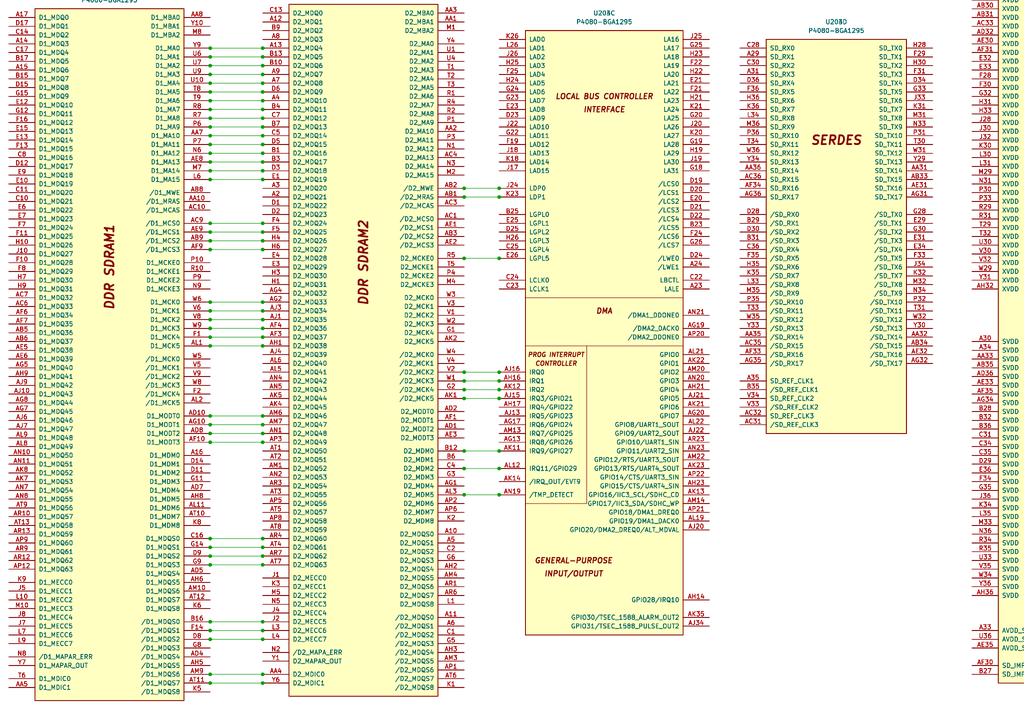
<source format=kicad_sch>
(kicad_sch (version 20250114) (generator "eeschema") (generator_version "9.0")
  (paper "A4")
  (lib_symbols
    (symbol "CPU:P4080-BGA1295" (pin_names (offset 1.016))
      (property "Reference" "U" (at 1.27 19.05 0))
      (property "Value" "P4080-BGA1295" (at 1.27 16.51 0))
      (symbol "P4080-BGA1295_1_1"
        (text "DDR SDRAM1" (at 1.27 26.67 900) (effects (font (size 2.54 2.54) (bold yes) (italic yes))))
        (pin bidirectional line (at -27.94 99.06 0) (length 7.62) (name "D1_MDQ0") (number "A17"))
        (pin bidirectional line (at -27.94 96.52 0) (length 7.62) (name "D1_MDQ1") (number "D17"))
        (pin bidirectional line (at -27.94 93.98 0) (length 7.62) (name "D1_MDQ2") (number "C14"))
        (pin bidirectional line (at -27.94 91.44 0) (length 7.62) (name "D1_MDQ3") (number "A14"))
        (pin bidirectional line (at -27.94 88.9 0) (length 7.62) (name "D1_MDQ4") (number "C17"))
        (pin bidirectional line (at -27.94 86.36 0) (length 7.62) (name "D1_MDQ5") (number "B17"))
        (pin bidirectional line (at -27.94 83.82 0) (length 7.62) (name "D1_MDQ6") (number "A15"))
        (pin bidirectional line (at -27.94 81.28 0) (length 7.62) (name "D1_MDQ7") (number "B15"))
        (pin bidirectional line (at -27.94 78.74 0) (length 7.62) (name "D1_MDQ8") (number "D15"))
        (pin bidirectional line (at -27.94 76.2 0) (length 7.62) (name "D1_MDQ9") (number "G15"))
        (pin bidirectional line (at -27.94 73.66 0) (length 7.62) (name "D1_MDQ10") (number "E12"))
        (pin bidirectional line (at -27.94 71.12 0) (length 7.62) (name "D1_MDQ11") (number "G12"))
        (pin bidirectional line (at -27.94 68.58 0) (length 7.62) (name "D1_MDQ12") (number "F16"))
        (pin bidirectional line (at -27.94 66.04 0) (length 7.62) (name "D1_MDQ13") (number "E15"))
        (pin bidirectional line (at -27.94 63.5 0) (length 7.62) (name "D1_MDQ14") (number "E13"))
        (pin bidirectional line (at -27.94 60.96 0) (length 7.62) (name "D1_MDQ15") (number "F13"))
        (pin bidirectional line (at -27.94 58.42 0) (length 7.62) (name "D1_MDQ16") (number "C8"))
        (pin bidirectional line (at -27.94 55.88 0) (length 7.62) (name "D1_MDQ17") (number "D12"))
        (pin bidirectional line (at -27.94 53.34 0) (length 7.62) (name "D1_MDQ18") (number "E9"))
        (pin bidirectional line (at -27.94 50.8 0) (length 7.62) (name "D1_MDQ19") (number "E10"))
        (pin bidirectional line (at -27.94 48.26 0) (length 7.62) (name "D1_MDQ20") (number "C11"))
        (pin bidirectional line (at -27.94 45.72 0) (length 7.62) (name "D1_MDQ21") (number "C10"))
        (pin bidirectional line (at -27.94 43.18 0) (length 7.62) (name "D1_MDQ22") (number "E6"))
        (pin bidirectional line (at -27.94 40.64 0) (length 7.62) (name "D1_MDQ23") (number "E7"))
        (pin bidirectional line (at -27.94 38.1 0) (length 7.62) (name "D1_MDQ24") (number "F7"))
        (pin bidirectional line (at -27.94 35.56 0) (length 7.62) (name "D1_MDQ25") (number "F11"))
        (pin bidirectional line (at -27.94 33.02 0) (length 7.62) (name "D1_MDQ26") (number "H10"))
        (pin bidirectional line (at -27.94 30.48 0) (length 7.62) (name "D1_MDQ27") (number "J10"))
        (pin bidirectional line (at -27.94 27.94 0) (length 7.62) (name "D1_MDQ28") (number "F10"))
        (pin bidirectional line (at -27.94 25.4 0) (length 7.62) (name "D1_MDQ29") (number "F8"))
        (pin bidirectional line (at -27.94 22.86 0) (length 7.62) (name "D1_MDQ30") (number "H7"))
        (pin bidirectional line (at -27.94 20.32 0) (length 7.62) (name "D1_MDQ31") (number "H9"))
        (pin bidirectional line (at -27.94 17.78 0) (length 7.62) (name "D1_MDQ32") (number "AC7"))
        (pin bidirectional line (at -27.94 15.24 0) (length 7.62) (name "D1_MDQ33") (number "AC6"))
        (pin bidirectional line (at -27.94 12.7 0) (length 7.62) (name "D1_MDQ34") (number "AF6"))
        (pin bidirectional line (at -27.94 10.16 0) (length 7.62) (name "D1_MDQ35") (number "AF7"))
        (pin bidirectional line (at -27.94 7.62 0) (length 7.62) (name "D1_MDQ36") (number "AB5"))
        (pin bidirectional line (at -27.94 5.08 0) (length 7.62) (name "D1_MDQ37") (number "AB6"))
        (pin bidirectional line (at -27.94 2.54 0) (length 7.62) (name "D1_MDQ38") (number "AE5"))
        (pin bidirectional line (at -27.94 0 0) (length 7.62) (name "D1_MDQ39") (number "AE6"))
        (pin bidirectional line (at -27.94 -2.54 0) (length 7.62) (name "D1_MDQ40") (number "AG5"))
        (pin bidirectional line (at -27.94 -5.08 0) (length 7.62) (name "D1_MDQ41") (number "AH9"))
        (pin bidirectional line (at -27.94 -7.62 0) (length 7.62) (name "D1_MDQ42") (number "AJ9"))
        (pin bidirectional line (at -27.94 -10.16 0) (length 7.62) (name "D1_MDQ43") (number "AJ10"))
        (pin bidirectional line (at -27.94 -12.7 0) (length 7.62) (name "D1_MDQ44") (number "AG8"))
        (pin bidirectional line (at -27.94 -15.24 0) (length 7.62) (name "D1_MDQ45") (number "AG7"))
        (pin bidirectional line (at -27.94 -17.78 0) (length 7.62) (name "D1_MDQ46") (number "AJ6"))
        (pin bidirectional line (at -27.94 -20.32 0) (length 7.62) (name "D1_MDQ47") (number "AJ7"))
        (pin bidirectional line (at -27.94 -22.86 0) (length 7.62) (name "D1_MDQ48") (number "AL9"))
        (pin bidirectional line (at -27.94 -25.4 0) (length 7.62) (name "D1_MDQ49") (number "AL8"))
        (pin bidirectional line (at -27.94 -27.94 0) (length 7.62) (name "D1_MDQ50") (number "AN10"))
        (pin bidirectional line (at -27.94 -30.48 0) (length 7.62) (name "D1_MDQ51") (number "AN11"))
        (pin bidirectional line (at -27.94 -33.02 0) (length 7.62) (name "D1_MDQ52") (number "AK8"))
        (pin bidirectional line (at -27.94 -35.56 0) (length 7.62) (name "D1_MDQ53") (number "AK7"))
        (pin bidirectional line (at -27.94 -38.1 0) (length 7.62) (name "D1_MDQ54") (number "AN7"))
        (pin bidirectional line (at -27.94 -40.64 0) (length 7.62) (name "D1_MDQ55") (number "AN8"))
        (pin bidirectional line (at -27.94 -43.18 0) (length 7.62) (name "D1_MDQ56") (number "AT9"))
        (pin bidirectional line (at -27.94 -45.72 0) (length 7.62) (name "D1_MDQ57") (number "AR10"))
        (pin bidirectional line (at -27.94 -48.26 0) (length 7.62) (name "D1_MDQ58") (number "AT13"))
        (pin bidirectional line (at -27.94 -50.8 0) (length 7.62) (name "D1_MDQ59") (number "AR13"))
        (pin bidirectional line (at -27.94 -53.34 0) (length 7.62) (name "D1_MDQ60") (number "AP9"))
        (pin bidirectional line (at -27.94 -55.88 0) (length 7.62) (name "D1_MDQ61") (number "AR9"))
        (pin bidirectional line (at -27.94 -58.42 0) (length 7.62) (name "D1_MDQ62") (number "AR12"))
        (pin bidirectional line (at -27.94 -60.96 0) (length 7.62) (name "D1_MDQ63") (number "AP12"))
        (pin bidirectional line (at -27.94 -64.77 0) (length 7.62) (name "D1_MECC0") (number "K9"))
        (pin bidirectional line (at -27.94 -67.31 0) (length 7.62) (name "D1_MECC1") (number "J5"))
        (pin bidirectional line (at -27.94 -69.85 0) (length 7.62) (name "D1_MECC2") (number "L10"))
        (pin bidirectional line (at -27.94 -72.39 0) (length 7.62) (name "D1_MECC3") (number "M10"))
        (pin bidirectional line (at -27.94 -74.93 0) (length 7.62) (name "D1_MECC4") (number "J8"))
        (pin bidirectional line (at -27.94 -77.47 0) (length 7.62) (name "D1_MECC5") (number "J7"))
        (pin bidirectional line (at -27.94 -80.01 0) (length 7.62) (name "D1_MECC6") (number "L7"))
        (pin bidirectional line (at -27.94 -82.55 0) (length 7.62) (name "D1_MECC7") (number "L9"))
        (pin input line (at -27.94 -86.36 0) (length 7.62) (name "/D1_MAPAR_ERR") (number "N8"))
        (pin output line (at -27.94 -88.9 0) (length 7.62) (name "D1_MAPAR_OUT") (number "Y7"))
        (pin bidirectional line (at -27.94 -92.71 0) (length 7.62) (name "D1_MDIC0") (number "T6"))
        (pin bidirectional line (at -27.94 -95.25 0) (length 7.62) (name "D1_MDIC1") (number "AA5"))
        (pin output line (at 30.48 99.06 180) (length 7.62) (name "D1_MBA0") (number "AA8"))
        (pin output line (at 30.48 96.52 180) (length 7.62) (name "D1_MBA1") (number "Y10"))
        (pin output line (at 30.48 93.98 180) (length 7.62) (name "D1_MBA2") (number "M8"))
        (pin output line (at 30.48 90.17 180) (length 7.62) (name "D1_MA0") (number "Y9"))
        (pin output line (at 30.48 87.63 180) (length 7.62) (name "D1_MA1") (number "U6"))
        (pin output line (at 30.48 85.09 180) (length 7.62) (name "D1_MA2") (number "U7"))
        (pin output line (at 30.48 82.55 180) (length 7.62) (name "D1_MA3") (number "U9"))
        (pin output line (at 30.48 80.01 180) (length 7.62) (name "D1_MA4") (number "U10"))
        (pin output line (at 30.48 77.47 180) (length 7.62) (name "D1_MA5") (number "T8"))
        (pin output line (at 30.48 74.93 180) (length 7.62) (name "D1_MA6") (number "T9"))
        (pin output line (at 30.48 72.39 180) (length 7.62) (name "D1_MA7") (number "R8"))
        (pin output line (at 30.48 69.85 180) (length 7.62) (name "D1_MA8") (number "R7"))
        (pin output line (at 30.48 67.31 180) (length 7.62) (name "D1_MA9") (number "P6"))
        (pin output line (at 30.48 64.77 180) (length 7.62) (name "D1_MA10") (number "AA7"))
        (pin output line (at 30.48 62.23 180) (length 7.62) (name "D1_MA11") (number "P7"))
        (pin output line (at 30.48 59.69 180) (length 7.62) (name "D1_MA12") (number "N6"))
        (pin output line (at 30.48 57.15 180) (length 7.62) (name "D1_MA13") (number "AE8"))
        (pin output line (at 30.48 54.61 180) (length 7.62) (name "D1_MA14") (number "M7"))
        (pin output line (at 30.48 52.07 180) (length 7.62) (name "D1_MA15") (number "L6"))
        (pin output line (at 30.48 48.26 180) (length 7.62) (name "/D1_MWE") (number "AB8"))
        (pin output line (at 30.48 45.72 180) (length 7.62) (name "/D1_MRAS") (number "AA10"))
        (pin output line (at 30.48 43.18 180) (length 7.62) (name "/D1_MCAS") (number "AC10"))
        (pin output line (at 30.48 39.37 180) (length 7.62) (name "/D1_MCS0") (number "AC9"))
        (pin output line (at 30.48 36.83 180) (length 7.62) (name "/D1_MCS1") (number "AE9"))
        (pin output line (at 30.48 34.29 180) (length 7.62) (name "/D1_MCS2") (number "AB9"))
        (pin output line (at 30.48 31.75 180) (length 7.62) (name "/D1_MCS3") (number "AF9"))
        (pin output line (at 30.48 27.94 180) (length 7.62) (name "D1_MCKE0") (number "P10"))
        (pin output line (at 30.48 25.4 180) (length 7.62) (name "D1_MCKE1") (number "R10"))
        (pin output line (at 30.48 22.86 180) (length 7.62) (name "D1_MCKE2") (number "P9"))
        (pin output line (at 30.48 20.32 180) (length 7.62) (name "D1_MCKE3") (number "N9"))
        (pin output line (at 30.48 16.51 180) (length 7.62) (name "D1_MCK0") (number "W6"))
        (pin output line (at 30.48 13.97 180) (length 7.62) (name "D1_MCK1") (number "V6"))
        (pin output line (at 30.48 11.43 180) (length 7.62) (name "D1_MCK2") (number "V8"))
        (pin output line (at 30.48 8.89 180) (length 7.62) (name "D1_MCK3") (number "W9"))
        (pin output line (at 30.48 6.35 180) (length 7.62) (name "D1_MCK4") (number "F1"))
        (pin output line (at 30.48 3.81 180) (length 7.62) (name "D1_MCK5") (number "AL1"))
        (pin output line (at 30.48 0 180) (length 7.62) (name "/D1_MCK0") (number "W5"))
        (pin output line (at 30.48 -2.54 180) (length 7.62) (name "/D1_MCK1") (number "V5"))
        (pin output line (at 30.48 -5.08 180) (length 7.62) (name "/D1_MCK2") (number "V9"))
        (pin output line (at 30.48 -7.62 180) (length 7.62) (name "/D1_MCK3") (number "W8"))
        (pin output line (at 30.48 -10.16 180) (length 7.62) (name "/D1_MCK4") (number "F2"))
        (pin output line (at 30.48 -12.7 180) (length 7.62) (name "/D1_MCK5") (number "AL2"))
        (pin output line (at 30.48 -16.51 180) (length 7.62) (name "D1_MODT0") (number "AD10"))
        (pin output line (at 30.48 -19.05 180) (length 7.62) (name "D1_MODT1") (number "AG10"))
        (pin output line (at 30.48 -21.59 180) (length 7.62) (name "D1_MODT2") (number "AD8"))
        (pin output line (at 30.48 -24.13 180) (length 7.62) (name "D1_MODT3") (number "AF10"))
        (pin output line (at 30.48 -27.94 180) (length 7.62) (name "D1_MDM0") (number "A16"))
        (pin output line (at 30.48 -30.48 180) (length 7.62) (name "D1_MDM1") (number "D14"))
        (pin output line (at 30.48 -33.02 180) (length 7.62) (name "D1_MDM2") (number "D11"))
        (pin output line (at 30.48 -35.56 180) (length 7.62) (name "D1_MDM3") (number "G11"))
        (pin output line (at 30.48 -38.1 180) (length 7.62) (name "D1_MDM4") (number "AD7"))
        (pin output line (at 30.48 -40.64 180) (length 7.62) (name "D1_MDM5") (number "AH8"))
        (pin output line (at 30.48 -43.18 180) (length 7.62) (name "D1_MDM6") (number "AL11"))
        (pin output line (at 30.48 -45.72 180) (length 7.62) (name "D1_MDM7") (number "AT10"))
        (pin output line (at 30.48 -48.26 180) (length 7.62) (name "D1_MDM8") (number "K8"))
        (pin bidirectional line (at 30.48 -52.07 180) (length 7.62) (name "D1_MDQS0") (number "C16"))
        (pin bidirectional line (at 30.48 -54.61 180) (length 7.62) (name "D1_MDQS1") (number "G14"))
        (pin bidirectional line (at 30.48 -57.15 180) (length 7.62) (name "D1_MDQS2") (number "D9"))
        (pin bidirectional line (at 30.48 -59.69 180) (length 7.62) (name "D1_MDQS3") (number "G9"))
        (pin bidirectional line (at 30.48 -62.23 180) (length 7.62) (name "D1_MDQS4") (number "AD5"))
        (pin bidirectional line (at 30.48 -64.77 180) (length 7.62) (name "D1_MDQS5") (number "AH6"))
        (pin bidirectional line (at 30.48 -67.31 180) (length 7.62) (name "D1_MDQS6") (number "AM10"))
        (pin bidirectional line (at 30.48 -69.85 180) (length 7.62) (name "D1_MDQS7") (number "AT12"))
        (pin bidirectional line (at 30.48 -72.39 180) (length 7.62) (name "D1_MDQS8") (number "K6"))
        (pin bidirectional line (at 30.48 -76.2 180) (length 7.62) (name "/D1_MDQS0") (number "B16"))
        (pin bidirectional line (at 30.48 -78.74 180) (length 7.62) (name "/D1_MDQS1") (number "F14"))
        (pin bidirectional line (at 30.48 -81.28 180) (length 7.62) (name "/D1_MDQS2") (number "D8"))
        (pin bidirectional line (at 30.48 -83.82 180) (length 7.62) (name "/D1_MDQS3") (number "G8"))
        (pin bidirectional line (at 30.48 -86.36 180) (length 7.62) (name "/D1_MDQS4") (number "AD4"))
        (pin bidirectional line (at 30.48 -88.9 180) (length 7.62) (name "/D1_MDQS5") (number "AH5"))
        (pin bidirectional line (at 30.48 -91.44 180) (length 7.62) (name "/D1_MDQS6") (number "AM9"))
        (pin bidirectional line (at 30.48 -93.98 180) (length 7.62) (name "/D1_MDQS7") (number "AT11"))
        (pin bidirectional line (at 30.48 -96.52 180) (length 7.62) (name "/D1_MDQS8") (number "K5"))
      )
      (symbol "P4080-BGA1295_2_1"
        (text "DDR SDRAM2" (at 1.27 26.67 900) (effects (font (size 2.54 2.54) (bold yes) (italic yes))))
        (pin bidirectional line (at -27.94 99.06 0) (length 7.62) (name "D2_MDQ0") (number "C13"))
        (pin bidirectional line (at -27.94 96.52 0) (length 7.62) (name "D2_MDQ1") (number "A12"))
        (pin bidirectional line (at -27.94 93.98 0) (length 7.62) (name "D2_MDQ2") (number "B9"))
        (pin bidirectional line (at -27.94 91.44 0) (length 7.62) (name "D2_MDQ3") (number "A8"))
        (pin bidirectional line (at -27.94 88.9 0) (length 7.62) (name "D2_MDQ4") (number "A13"))
        (pin bidirectional line (at -27.94 86.36 0) (length 7.62) (name "D2_MDQ5") (number "B13"))
        (pin bidirectional line (at -27.94 83.82 0) (length 7.62) (name "D2_MDQ6") (number "B10"))
        (pin bidirectional line (at -27.94 81.28 0) (length 7.62) (name "D2_MDQ7") (number "A9"))
        (pin bidirectional line (at -27.94 78.74 0) (length 7.62) (name "D2_MDQ8") (number "A7"))
        (pin bidirectional line (at -27.94 76.2 0) (length 7.62) (name "D2_MDQ9") (number "D6"))
        (pin bidirectional line (at -27.94 73.66 0) (length 7.62) (name "D2_MDQ10") (number "A4"))
        (pin bidirectional line (at -27.94 71.12 0) (length 7.62) (name "D2_MDQ11") (number "B4"))
        (pin bidirectional line (at -27.94 68.58 0) (length 7.62) (name "D2_MDQ12") (number "C7"))
        (pin bidirectional line (at -27.94 66.04 0) (length 7.62) (name "D2_MDQ13") (number "B7"))
        (pin bidirectional line (at -27.94 63.5 0) (length 7.62) (name "D2_MDQ14") (number "C5"))
        (pin bidirectional line (at -27.94 60.96 0) (length 7.62) (name "D2_MDQ15") (number "D5"))
        (pin bidirectional line (at -27.94 58.42 0) (length 7.62) (name "D2_MDQ16") (number "B1"))
        (pin bidirectional line (at -27.94 55.88 0) (length 7.62) (name "D2_MDQ17") (number "B3"))
        (pin bidirectional line (at -27.94 53.34 0) (length 7.62) (name "D2_MDQ18") (number "D3"))
        (pin bidirectional line (at -27.94 50.8 0) (length 7.62) (name "D2_MDQ19") (number "E1"))
        (pin bidirectional line (at -27.94 48.26 0) (length 7.62) (name "D2_MDQ20") (number "A3"))
        (pin bidirectional line (at -27.94 45.72 0) (length 7.62) (name "D2_MDQ21") (number "A2"))
        (pin bidirectional line (at -27.94 43.18 0) (length 7.62) (name "D2_MDQ22") (number "D1"))
        (pin bidirectional line (at -27.94 40.64 0) (length 7.62) (name "D2_MDQ23") (number "D2"))
        (pin bidirectional line (at -27.94 38.1 0) (length 7.62) (name "D2_MDQ24") (number "F4"))
        (pin bidirectional line (at -27.94 35.56 0) (length 7.62) (name "D2_MDQ25") (number "F5"))
        (pin bidirectional line (at -27.94 33.02 0) (length 7.62) (name "D2_MDQ26") (number "H4"))
        (pin bidirectional line (at -27.94 30.48 0) (length 7.62) (name "D2_MDQ27") (number "H6"))
        (pin bidirectional line (at -27.94 27.94 0) (length 7.62) (name "D2_MDQ28") (number "E4"))
        (pin bidirectional line (at -27.94 25.4 0) (length 7.62) (name "D2_MDQ29") (number "E3"))
        (pin bidirectional line (at -27.94 22.86 0) (length 7.62) (name "D2_MDQ30") (number "H3"))
        (pin bidirectional line (at -27.94 20.32 0) (length 7.62) (name "D2_MDQ31") (number "H1"))
        (pin bidirectional line (at -27.94 17.78 0) (length 7.62) (name "D2_MDQ32") (number "AG4"))
        (pin bidirectional line (at -27.94 15.24 0) (length 7.62) (name "D2_MDQ33") (number "AG2"))
        (pin bidirectional line (at -27.94 12.7 0) (length 7.62) (name "D2_MDQ34") (number "AJ3"))
        (pin bidirectional line (at -27.94 10.16 0) (length 7.62) (name "D2_MDQ35") (number "AJ1"))
        (pin bidirectional line (at -27.94 7.62 0) (length 7.62) (name "D2_MDQ36") (number "AF4"))
        (pin bidirectional line (at -27.94 5.08 0) (length 7.62) (name "D2_MDQ37") (number "AF3"))
        (pin bidirectional line (at -27.94 2.54 0) (length 7.62) (name "D2_MDQ38") (number "AH1"))
        (pin bidirectional line (at -27.94 0 0) (length 7.62) (name "D2_MDQ39") (number "AJ4"))
        (pin bidirectional line (at -27.94 -2.54 0) (length 7.62) (name "D2_MDQ40") (number "AL6"))
        (pin bidirectional line (at -27.94 -5.08 0) (length 7.62) (name "D2_MDQ41") (number "AL5"))
        (pin bidirectional line (at -27.94 -7.62 0) (length 7.62) (name "D2_MDQ42") (number "AN4"))
        (pin bidirectional line (at -27.94 -10.16 0) (length 7.62) (name "D2_MDQ43") (number "AN5"))
        (pin bidirectional line (at -27.94 -12.7 0) (length 7.62) (name "D2_MDQ44") (number "AK5"))
        (pin bidirectional line (at -27.94 -15.24 0) (length 7.62) (name "D2_MDQ45") (number "AK4"))
        (pin bidirectional line (at -27.94 -17.78 0) (length 7.62) (name "D2_MDQ46") (number "AM6"))
        (pin bidirectional line (at -27.94 -20.32 0) (length 7.62) (name "D2_MDQ47") (number "AM7"))
        (pin bidirectional line (at -27.94 -22.86 0) (length 7.62) (name "D2_MDQ48") (number "AN1"))
        (pin bidirectional line (at -27.94 -25.4 0) (length 7.62) (name "D2_MDQ49") (number "AP3"))
        (pin bidirectional line (at -27.94 -27.94 0) (length 7.62) (name "D2_MDQ50") (number "AT1"))
        (pin bidirectional line (at -27.94 -30.48 0) (length 7.62) (name "D2_MDQ51") (number "AT2"))
        (pin bidirectional line (at -27.94 -33.02 0) (length 7.62) (name "D2_MDQ52") (number "AM1"))
        (pin bidirectional line (at -27.94 -35.56 0) (length 7.62) (name "D2_MDQ53") (number "AN2"))
        (pin bidirectional line (at -27.94 -38.1 0) (length 7.62) (name "D2_MDQ54") (number "AR3"))
        (pin bidirectional line (at -27.94 -40.64 0) (length 7.62) (name "D2_MDQ55") (number "AT3"))
        (pin bidirectional line (at -27.94 -43.18 0) (length 7.62) (name "D2_MDQ56") (number "AP5"))
        (pin bidirectional line (at -27.94 -45.72 0) (length 7.62) (name "D2_MDQ57") (number "AT5"))
        (pin bidirectional line (at -27.94 -48.26 0) (length 7.62) (name "D2_MDQ58") (number "AP8"))
        (pin bidirectional line (at -27.94 -50.8 0) (length 7.62) (name "D2_MDQ59") (number "AT8"))
        (pin bidirectional line (at -27.94 -53.34 0) (length 7.62) (name "D2_MDQ60") (number "AR4"))
        (pin bidirectional line (at -27.94 -55.88 0) (length 7.62) (name "D2_MDQ61") (number "AT4"))
        (pin bidirectional line (at -27.94 -58.42 0) (length 7.62) (name "D2_MDQ62") (number "AR7"))
        (pin bidirectional line (at -27.94 -60.96 0) (length 7.62) (name "D2_MDQ63") (number "AT7"))
        (pin bidirectional line (at -27.94 -64.77 0) (length 7.62) (name "D2_MECC0") (number "J1"))
        (pin bidirectional line (at -27.94 -67.31 0) (length 7.62) (name "D2_MECC1") (number "K3"))
        (pin bidirectional line (at -27.94 -69.85 0) (length 7.62) (name "D2_MECC2") (number "M5"))
        (pin bidirectional line (at -27.94 -72.39 0) (length 7.62) (name "D2_MECC3") (number "N5"))
        (pin bidirectional line (at -27.94 -74.93 0) (length 7.62) (name "D2_MECC4") (number "J4"))
        (pin bidirectional line (at -27.94 -77.47 0) (length 7.62) (name "D2_MECC5") (number "J2"))
        (pin bidirectional line (at -27.94 -80.01 0) (length 7.62) (name "D2_MECC6") (number "L3"))
        (pin bidirectional line (at -27.94 -82.55 0) (length 7.62) (name "D2_MECC7") (number "L4"))
        (pin input line (at -27.94 -86.36 0) (length 7.62) (name "/D2_MAPA_ERR") (number "N2"))
        (pin output line (at -27.94 -88.9 0) (length 7.62) (name "D2_MAPAR_OUT") (number "Y1"))
        (pin bidirectional line (at -27.94 -92.71 0) (length 7.62) (name "D2_MDIC0") (number "AA4"))
        (pin bidirectional line (at -27.94 -95.25 0) (length 7.62) (name "D2_MDIC1") (number "Y6"))
        (pin output line (at 30.48 99.06 180) (length 7.62) (name "D2_MBA0") (number "AA3"))
        (pin output line (at 30.48 96.52 180) (length 7.62) (name "D2_MBA1") (number "AA1"))
        (pin output line (at 30.48 93.98 180) (length 7.62) (name "D2_MBA2") (number "M1"))
        (pin output line (at 30.48 90.17 180) (length 7.62) (name "D2_MA0") (number "Y4"))
        (pin output line (at 30.48 87.63 180) (length 7.62) (name "D2_MA1") (number "U1"))
        (pin output line (at 30.48 85.09 180) (length 7.62) (name "D2_MA2") (number "U4"))
        (pin output line (at 30.48 82.55 180) (length 7.62) (name "D2_MA3") (number "T1"))
        (pin output line (at 30.48 80.01 180) (length 7.62) (name "D2_MA4") (number "T2"))
        (pin output line (at 30.48 77.47 180) (length 7.62) (name "D2_MA5") (number "T3"))
        (pin output line (at 30.48 74.93 180) (length 7.62) (name "D2_MA6") (number "R1"))
        (pin output line (at 30.48 72.39 180) (length 7.62) (name "D2_MA7") (number "R4"))
        (pin output line (at 30.48 69.85 180) (length 7.62) (name "D2_MA8") (number "R2"))
        (pin output line (at 30.48 67.31 180) (length 7.62) (name "D2_MA9") (number "P1"))
        (pin output line (at 30.48 64.77 180) (length 7.62) (name "D2_MA10") (number "AA2"))
        (pin output line (at 30.48 62.23 180) (length 7.62) (name "D2_MA11") (number "P3"))
        (pin output line (at 30.48 59.69 180) (length 7.62) (name "D2_MA12") (number "N1"))
        (pin output line (at 30.48 57.15 180) (length 7.62) (name "D2_MA13") (number "AC4"))
        (pin output line (at 30.48 54.61 180) (length 7.62) (name "D2_MA14") (number "N3"))
        (pin output line (at 30.48 52.07 180) (length 7.62) (name "D2_MA15") (number "M2"))
        (pin output line (at 30.48 48.26 180) (length 7.62) (name "/D2_MWE") (number "AB2"))
        (pin output line (at 30.48 45.72 180) (length 7.62) (name "/D2_MRAS") (number "AB1"))
        (pin output line (at 30.48 43.18 180) (length 7.62) (name "/D2_MCAS") (number "AC3"))
        (pin output line (at 30.48 39.37 180) (length 7.62) (name "/D2_MCS0") (number "AC1"))
        (pin output line (at 30.48 36.83 180) (length 7.62) (name "/D2_MCS1") (number "AE1"))
        (pin output line (at 30.48 34.29 180) (length 7.62) (name "/D2_MCS2") (number "AB3"))
        (pin output line (at 30.48 31.75 180) (length 7.62) (name "/D2_MCS3") (number "AE2"))
        (pin output line (at 30.48 27.94 180) (length 7.62) (name "D2_MCKE0") (number "R5"))
        (pin output line (at 30.48 25.4 180) (length 7.62) (name "D2_MCKE1") (number "T5"))
        (pin output line (at 30.48 22.86 180) (length 7.62) (name "D2_MCKE2") (number "P4"))
        (pin output line (at 30.48 20.32 180) (length 7.62) (name "D2_MCKE3") (number "M4"))
        (pin output line (at 30.48 16.51 180) (length 7.62) (name "D2_MCK0") (number "W3"))
        (pin output line (at 30.48 13.97 180) (length 7.62) (name "D2_MCK1") (number "V3"))
        (pin output line (at 30.48 11.43 180) (length 7.62) (name "D2_MCK2") (number "V1"))
        (pin output line (at 30.48 8.89 180) (length 7.62) (name "D2_MCK3") (number "W2"))
        (pin output line (at 30.48 6.35 180) (length 7.62) (name "D2_MCK4") (number "G1"))
        (pin output line (at 30.48 3.81 180) (length 7.62) (name "D2_MCK5") (number "AK2"))
        (pin output line (at 30.48 0 180) (length 7.62) (name "/D2_MCK0") (number "W4"))
        (pin output line (at 30.48 -2.54 180) (length 7.62) (name "/D2_MCK1") (number "V4"))
        (pin output line (at 30.48 -5.08 180) (length 7.62) (name "/D2_MCK2") (number "V2"))
        (pin output line (at 30.48 -7.62 180) (length 7.62) (name "/D2_MCK3") (number "W1"))
        (pin output line (at 30.48 -10.16 180) (length 7.62) (name "/D2_MCK4") (number "G2"))
        (pin output line (at 30.48 -12.7 180) (length 7.62) (name "/D2_MCK5") (number "AK1"))
        (pin output line (at 30.48 -16.51 180) (length 7.62) (name "D2_MODT0") (number "AD2"))
        (pin output line (at 30.48 -19.05 180) (length 7.62) (name "D2_MODT1") (number "AF1"))
        (pin output line (at 30.48 -21.59 180) (length 7.62) (name "D2_MODT2") (number "AD1"))
        (pin output line (at 30.48 -24.13 180) (length 7.62) (name "D2_MODT3") (number "AE3"))
        (pin output line (at 30.48 -27.94 180) (length 7.62) (name "D2_MDM0") (number "B12"))
        (pin output line (at 30.48 -30.48 180) (length 7.62) (name "D2_MDM1") (number "B6"))
        (pin output line (at 30.48 -33.02 180) (length 7.62) (name "D2_MDM2") (number "C4"))
        (pin output line (at 30.48 -35.56 180) (length 7.62) (name "D2_MDM3") (number "G3"))
        (pin output line (at 30.48 -38.1 180) (length 7.62) (name "D2_MDM4") (number "AG1"))
        (pin output line (at 30.48 -40.64 180) (length 7.62) (name "D2_MDM5") (number "AL3"))
        (pin output line (at 30.48 -43.18 180) (length 7.62) (name "D2_MDM6") (number "AP2"))
        (pin output line (at 30.48 -45.72 180) (length 7.62) (name "D2_MDM7") (number "AP6"))
        (pin output line (at 30.48 -48.26 180) (length 7.62) (name "D2_MDM8") (number "K2"))
        (pin bidirectional line (at 30.48 -52.07 180) (length 7.62) (name "D2_MDQS0") (number "A10"))
        (pin bidirectional line (at 30.48 -54.61 180) (length 7.62) (name "D2_MDQS1") (number "A5"))
        (pin bidirectional line (at 30.48 -57.15 180) (length 7.62) (name "D2_MDQS2") (number "C2"))
        (pin bidirectional line (at 30.48 -59.69 180) (length 7.62) (name "D2_MDQS3") (number "G6"))
        (pin bidirectional line (at 30.48 -62.23 180) (length 7.62) (name "D2_MDQS4") (number "AH2"))
        (pin bidirectional line (at 30.48 -64.77 180) (length 7.62) (name "D2_MDQS5") (number "AM4"))
        (pin bidirectional line (at 30.48 -67.31 180) (length 7.62) (name "D2_MDQS6") (number "AR1"))
        (pin bidirectional line (at 30.48 -69.85 180) (length 7.62) (name "D2_MDQS7") (number "AR6"))
        (pin bidirectional line (at 30.48 -72.39 180) (length 7.62) (name "D2_MDQS8") (number "L1"))
        (pin bidirectional line (at 30.48 -76.2 180) (length 7.62) (name "/D2_MDQS0") (number "A11"))
        (pin bidirectional line (at 30.48 -78.74 180) (length 7.62) (name "/D2_MDQS1") (number "A6"))
        (pin bidirectional line (at 30.48 -81.28 180) (length 7.62) (name "/D2_MDQS2") (number "C1"))
        (pin bidirectional line (at 30.48 -83.82 180) (length 7.62) (name "/D2_MDQS3") (number "G5"))
        (pin bidirectional line (at 30.48 -86.36 180) (length 7.62) (name "/D2_MDQS4") (number "AH3"))
        (pin bidirectional line (at 30.48 -88.9 180) (length 7.62) (name "/D2_MDQS5") (number "AM3"))
        (pin bidirectional line (at 30.48 -91.44 180) (length 7.62) (name "/D2_MDQS6") (number "AP1"))
        (pin bidirectional line (at 30.48 -93.98 180) (length 7.62) (name "/D2_MDQS7") (number "AT6"))
        (pin bidirectional line (at 30.48 -96.52 180) (length 7.62) (name "/D2_MDQS8") (number "K1"))
      )
      (symbol "P4080-BGA1295_3_1"
        (text "PROG INTERRUPT" (at -13.97 -5.08 0) (effects (font (size 1.27 1.27) (bold yes) (italic yes))))
        (text "CONTROLLER" (at -13.97 -7.62 0) (effects (font (size 1.27 1.27) (bold yes) (italic yes))))
        (text "GENERAL-PURPOSE" (at -8.89 -64.77 0) (effects (font (size 1.524 1.524) (bold yes) (italic yes))))
        (text "INPUT/OUTPUT" (at -8.89 -68.58 0) (effects (font (size 1.524 1.524) (bold yes) (italic yes))))
        (text "LOCAL BUS CONTROLLER" (at 0 69.85 0) (effects (font (size 1.524 1.524) (bold yes) (italic yes))))
        (text "INTERFACE" (at 0 66.04 0) (effects (font (size 1.524 1.524) (bold yes) (italic yes))))
        (text "DMA" (at 0 7.62 0) (effects (font (size 1.524 1.524) (bold yes) (italic yes))))
        (pin bidirectional line (at -30.48 86.36 0) (length 7.62) (name "LAD0") (number "K26"))
        (pin bidirectional line (at -30.48 83.82 0) (length 7.62) (name "LAD1") (number "L26"))
        (pin bidirectional line (at -30.48 81.28 0) (length 7.62) (name "LAD2") (number "J26"))
        (pin bidirectional line (at -30.48 78.74 0) (length 7.62) (name "LAD3") (number "H25"))
        (pin bidirectional line (at -30.48 76.2 0) (length 7.62) (name "LAD4") (number "F25"))
        (pin bidirectional line (at -30.48 73.66 0) (length 7.62) (name "LAD5") (number "H24"))
        (pin bidirectional line (at -30.48 71.12 0) (length 7.62) (name "LAD6") (number "G24"))
        (pin bidirectional line (at -30.48 68.58 0) (length 7.62) (name "LAD7") (number "G23"))
        (pin bidirectional line (at -30.48 66.04 0) (length 7.62) (name "LAD8") (number "E23"))
        (pin bidirectional line (at -30.48 63.5 0) (length 7.62) (name "LAD9") (number "D23"))
        (pin bidirectional line (at -30.48 60.96 0) (length 7.62) (name "LAD10") (number "J22"))
        (pin bidirectional line (at -30.48 58.42 0) (length 7.62) (name "LAD11") (number "G22"))
        (pin bidirectional line (at -30.48 55.88 0) (length 7.62) (name "LAD12") (number "F19"))
        (pin bidirectional line (at -30.48 53.34 0) (length 7.62) (name "LAD13") (number "J18"))
        (pin bidirectional line (at -30.48 50.8 0) (length 7.62) (name "LAD14") (number "K18"))
        (pin bidirectional line (at -30.48 48.26 0) (length 7.62) (name "LAD15") (number "J17"))
        (pin bidirectional line (at -30.48 43.18 0) (length 7.62) (name "LDP0") (number "J24"))
        (pin bidirectional line (at -30.48 40.64 0) (length 7.62) (name "LDP1") (number "K23"))
        (pin output line (at -30.48 35.56 0) (length 7.62) (name "LGPL0") (number "B25"))
        (pin output line (at -30.48 33.02 0) (length 7.62) (name "LGPL1") (number "E25"))
        (pin output line (at -30.48 30.48 0) (length 7.62) (name "LGPL2") (number "D25"))
        (pin output line (at -30.48 27.94 0) (length 7.62) (name "LGPL3") (number "H26"))
        (pin bidirectional line (at -30.48 25.4 0) (length 7.62) (name "LGPL4") (number "C25"))
        (pin output line (at -30.48 22.86 0) (length 7.62) (name "LGPL5") (number "E26"))
        (pin output line (at -30.48 16.51 0) (length 7.62) (name "LCLK0") (number "C24"))
        (pin output line (at -30.48 13.97 0) (length 7.62) (name "LCLK1") (number "C23"))
        (pin input line (at -30.48 -10.16 0) (length 7.62) (name "IRQ0") (number "AJ16"))
        (pin input line (at -30.48 -12.7 0) (length 7.62) (name "IRQ1") (number "AH16"))
        (pin input line (at -30.48 -15.24 0) (length 7.62) (name "IRQ2") (number "AK12"))
        (pin input line (at -30.48 -17.78 0) (length 7.62) (name "IRQ3/GPIO21") (number "AJ15"))
        (pin input line (at -30.48 -20.32 0) (length 7.62) (name "IRQ4/GPIO22") (number "AH17"))
        (pin input line (at -30.48 -22.86 0) (length 7.62) (name "IRQ5/GPIO23") (number "AJ13"))
        (pin input line (at -30.48 -25.4 0) (length 7.62) (name "IRQ6/GPIO24") (number "AG17"))
        (pin input line (at -30.48 -27.94 0) (length 7.62) (name "IRQ7/GPIO25") (number "AM13"))
        (pin input line (at -30.48 -30.48 0) (length 7.62) (name "IRQ8/GPIO26") (number "AG13"))
        (pin input line (at -30.48 -33.02 0) (length 7.62) (name "IRQ9/GPIO27") (number "AK11"))
        (pin input line (at -30.48 -38.1 0) (length 7.62) (name "IRQ11/GPIO29") (number "AL12"))
        (pin output line (at -30.48 -41.91 0) (length 7.62) (name "/IRQ_OUT/EVT9") (number "AK14"))
        (pin input line (at -30.48 -45.72 0) (length 7.62) (name "/TMP_DETECT") (number "AN19"))
        (pin output line (at 30.48 86.36 180) (length 7.62) (name "LA16") (number "J25"))
        (pin output line (at 30.48 83.82 180) (length 7.62) (name "LA17") (number "G25"))
        (pin output line (at 30.48 81.28 180) (length 7.62) (name "LA18") (number "H23"))
        (pin output line (at 30.48 78.74 180) (length 7.62) (name "LA19") (number "F22"))
        (pin output line (at 30.48 76.2 180) (length 7.62) (name "LA20") (number "H22"))
        (pin output line (at 30.48 73.66 180) (length 7.62) (name "LA21") (number "E21"))
        (pin output line (at 30.48 71.12 180) (length 7.62) (name "LA22") (number "F21"))
        (pin output line (at 30.48 68.58 180) (length 7.62) (name "LA23") (number "H21"))
        (pin output line (at 30.48 66.04 180) (length 7.62) (name "LA24") (number "K21"))
        (pin output line (at 30.48 63.5 180) (length 7.62) (name "LA25") (number "G20"))
        (pin output line (at 30.48 60.96 180) (length 7.62) (name "LA26") (number "J20"))
        (pin output line (at 30.48 58.42 180) (length 7.62) (name "LA27") (number "K20"))
        (pin output line (at 30.48 55.88 180) (length 7.62) (name "LA28") (number "G19"))
        (pin output line (at 30.48 53.34 180) (length 7.62) (name "LA29") (number "H19"))
        (pin output line (at 30.48 50.8 180) (length 7.62) (name "LA30") (number "J19"))
        (pin output line (at 30.48 48.26 180) (length 7.62) (name "LA31") (number "G18"))
        (pin output line (at 30.48 44.45 180) (length 7.62) (name "/LCS0") (number "D19"))
        (pin output line (at 30.48 41.91 180) (length 7.62) (name "/LCS1") (number "D20"))
        (pin output line (at 30.48 39.37 180) (length 7.62) (name "/LCS2") (number "E20"))
        (pin output line (at 30.48 36.83 180) (length 7.62) (name "/LCS3") (number "D21"))
        (pin output line (at 30.48 34.29 180) (length 7.62) (name "/LCS4") (number "D22"))
        (pin output line (at 30.48 31.75 180) (length 7.62) (name "/LCS5") (number "B23"))
        (pin output line (at 30.48 29.21 180) (length 7.62) (name "/LCS6") (number "F24"))
        (pin output line (at 30.48 26.67 180) (length 7.62) (name "/LCS7") (number "G26"))
        (pin output line (at 30.48 22.86 180) (length 7.62) (name "/LWE0") (number "D24"))
        (pin output line (at 30.48 20.32 180) (length 7.62) (name "/LWE1") (number "A24"))
        (pin output line (at 30.48 16.51 180) (length 7.62) (name "LBCTL") (number "C22"))
        (pin bidirectional line (at 30.48 13.97 180) (length 7.62) (name "LALE") (number "A23"))
        (pin output line (at 30.48 6.35 180) (length 7.62) (name "/DMA1_DDONE0") (number "AN21"))
        (pin output line (at 30.48 2.54 180) (length 7.62) (name "/DMA2_DACK0") (number "AG19"))
        (pin output line (at 30.48 0 180) (length 7.62) (name "/DMA2_DDONE0") (number "AP20"))
        (pin bidirectional line (at 30.48 -5.08 180) (length 7.62) (name "GPIO0") (number "AL21"))
        (pin bidirectional line (at 30.48 -7.62 180) (length 7.62) (name "GPIO1") (number "AK22"))
        (pin bidirectional line (at 30.48 -10.16 180) (length 7.62) (name "GPIO2") (number "AM20"))
        (pin bidirectional line (at 30.48 -12.7 180) (length 7.62) (name "GPIO3") (number "AN20"))
        (pin bidirectional line (at 30.48 -15.24 180) (length 7.62) (name "GPIO4") (number "AH21"))
        (pin bidirectional line (at 30.48 -17.78 180) (length 7.62) (name "GPIO5") (number "AJ21"))
        (pin bidirectional line (at 30.48 -20.32 180) (length 7.62) (name "GPIO6") (number "AK21"))
        (pin bidirectional line (at 30.48 -22.86 180) (length 7.62) (name "GPIO7") (number "AG20"))
        (pin bidirectional line (at 30.48 -25.4 180) (length 7.62) (name "GPIO8/UART1_SOUT") (number "AL22"))
        (pin bidirectional line (at 30.48 -27.94 180) (length 7.62) (name "GPIO9/UART2_SOUT") (number "AJ22"))
        (pin bidirectional line (at 30.48 -30.48 180) (length 7.62) (name "GPIO10/UART1_SIN") (number "AR23"))
        (pin bidirectional line (at 30.48 -33.02 180) (length 7.62) (name "GPIO11/UART2_SIN") (number "AN23"))
        (pin bidirectional line (at 30.48 -35.56 180) (length 7.62) (name "GPIO12/RTS/UART3_SOUT") (number "AM22"))
        (pin bidirectional line (at 30.48 -38.1 180) (length 7.62) (name "GPIO13/RTS/UART4_SOUT") (number "AK23"))
        (pin bidirectional line (at 30.48 -40.64 180) (length 7.62) (name "GPIO14/CTS/UART3_SIN") (number "AP22"))
        (pin bidirectional line (at 30.48 -43.18 180) (length 7.62) (name "GPIO15/CTS/UART4_SIN") (number "AH23"))
        (pin bidirectional line (at 30.48 -45.72 180) (length 7.62) (name "GPIO16/IIC3_SCL/SDHC_CD") (number "AK13"))
        (pin bidirectional line (at 30.48 -48.26 180) (length 7.62) (name "GPIO17/IIC3_SDA/SDHC_WP") (number "AM14"))
        (pin bidirectional line (at 30.48 -50.8 180) (length 7.62) (name "GPIO18/DMA1_DREQ0") (number "AP21"))
        (pin bidirectional line (at 30.48 -53.34 180) (length 7.62) (name "GPIO19/DMA1_DACK0") (number "AL19"))
        (pin bidirectional line (at 30.48 -55.88 180) (length 7.62) (name "GPIO20/DMA2_DREQ0/ALT_MDVAL") (number "AJ20"))
        (pin bidirectional line (at 30.48 -76.2 180) (length 7.62) (name "GPIO28/IRQ10") (number "AH14"))
        (pin bidirectional line (at 30.48 -81.28 180) (length 7.62) (name "GPIO30/TSEC_1588_ALARM_OUT2") (number "AK35"))
        (pin bidirectional line (at 30.48 -83.82 180) (length 7.62) (name "GPIO31/TSEC_1588_PULSE_OUT2") (number "AJ34"))
      )
      (symbol "P4080-BGA1295_4_1"
        (text "SERDES" (at 0 29.21 0) (effects (font (size 2.54 2.54) (bold yes) (italic yes))))
        (pin input line (at -27.94 55.88 0) (length 7.62) (name "SD_RX0") (number "C28"))
        (pin input line (at -27.94 53.34 0) (length 7.62) (name "SD_RX1") (number "A29"))
        (pin input line (at -27.94 50.8 0) (length 7.62) (name "SD_RX2") (number "C30"))
        (pin input line (at -27.94 48.26 0) (length 7.62) (name "SD_RX3") (number "A31"))
        (pin input line (at -27.94 45.72 0) (length 7.62) (name "SD_RX4") (number "D36"))
        (pin input line (at -27.94 43.18 0) (length 7.62) (name "SD_RX5") (number "F36"))
        (pin input line (at -27.94 40.64 0) (length 7.62) (name "SD_RX6") (number "H36"))
        (pin input line (at -27.94 38.1 0) (length 7.62) (name "SD_RX7") (number "K36"))
        (pin input line (at -27.94 35.56 0) (length 7.62) (name "SD_RX8") (number "L34"))
        (pin input line (at -27.94 33.02 0) (length 7.62) (name "SD_RX9") (number "M36"))
        (pin input line (at -27.94 30.48 0) (length 7.62) (name "SD_RX10") (number "P36"))
        (pin input line (at -27.94 27.94 0) (length 7.62) (name "SD_RX11") (number "T34"))
        (pin input line (at -27.94 25.4 0) (length 7.62) (name "SD_RX12") (number "W36"))
        (pin input line (at -27.94 22.86 0) (length 7.62) (name "SD_RX13") (number "Y34"))
        (pin input line (at -27.94 20.32 0) (length 7.62) (name "SD_RX14") (number "AA36"))
        (pin input line (at -27.94 17.78 0) (length 7.62) (name "SD_RX15") (number "AC36"))
        (pin input line (at -27.94 15.24 0) (length 7.62) (name "SD_RX16") (number "AF34"))
        (pin input line (at -27.94 12.7 0) (length 7.62) (name "SD_RX17") (number "AG36"))
        (pin input line (at -27.94 7.62 0) (length 7.62) (name "/SD_RX0") (number "D28"))
        (pin input line (at -27.94 5.08 0) (length 7.62) (name "/SD_RX1") (number "B29"))
        (pin input line (at -27.94 2.54 0) (length 7.62) (name "/SD_RX2") (number "D30"))
        (pin input line (at -27.94 0 0) (length 7.62) (name "/SD_RX3") (number "B31"))
        (pin input line (at -27.94 -2.54 0) (length 7.62) (name "/SD_RX4") (number "C36"))
        (pin input line (at -27.94 -5.08 0) (length 7.62) (name "/SD_RX5") (number "F35"))
        (pin input line (at -27.94 -7.62 0) (length 7.62) (name "/SD_RX6") (number "H35"))
        (pin input line (at -27.94 -10.16 0) (length 7.62) (name "/SD_RX7") (number "K35"))
        (pin input line (at -27.94 -12.7 0) (length 7.62) (name "/SD_RX8") (number "L33"))
        (pin input line (at -27.94 -15.24 0) (length 7.62) (name "/SD_RX9") (number "M35"))
        (pin input line (at -27.94 -17.78 0) (length 7.62) (name "/SD_RX10") (number "P35"))
        (pin input line (at -27.94 -20.32 0) (length 7.62) (name "/SD_RX11") (number "T33"))
        (pin input line (at -27.94 -22.86 0) (length 7.62) (name "/SD_RX12") (number "W35"))
        (pin input line (at -27.94 -25.4 0) (length 7.62) (name "/SD_RX13") (number "Y33"))
        (pin input line (at -27.94 -27.94 0) (length 7.62) (name "/SD_RX14") (number "AA35"))
        (pin input line (at -27.94 -30.48 0) (length 7.62) (name "/SD_RX15") (number "AC35"))
        (pin input line (at -27.94 -33.02 0) (length 7.62) (name "/SD_RX16") (number "AF33"))
        (pin input line (at -27.94 -35.56 0) (length 7.62) (name "/SD_RX17") (number "AG35"))
        (pin input line (at -27.94 -40.64 0) (length 7.62) (name "SD_REF_CLK1") (number "A35"))
        (pin input line (at -27.94 -43.18 0) (length 7.62) (name "/SD_REF_CLK1") (number "B35"))
        (pin input line (at -27.94 -45.72 0) (length 7.62) (name "SD_REF_CLK2") (number "V34"))
        (pin input line (at -27.94 -48.26 0) (length 7.62) (name "/SD_REF_CLK2") (number "V33"))
        (pin input line (at -27.94 -50.8 0) (length 7.62) (name "SD_REF_CLK3") (number "AC32"))
        (pin input line (at -27.94 -53.34 0) (length 7.62) (name "/SD_REF_CLK3") (number "AC31"))
        (pin output line (at 27.94 55.88 180) (length 7.62) (name "SD_TX0") (number "H28"))
        (pin output line (at 27.94 53.34 180) (length 7.62) (name "SD_TX1") (number "F29"))
        (pin output line (at 27.94 50.8 180) (length 7.62) (name "SD_TX2") (number "H30"))
        (pin output line (at 27.94 48.26 180) (length 7.62) (name "SD_TX3") (number "F31"))
        (pin output line (at 27.94 45.72 180) (length 7.62) (name "SD_TX4") (number "D34"))
        (pin output line (at 27.94 43.18 180) (length 7.62) (name "SD_TX5") (number "G33"))
        (pin output line (at 27.94 40.64 180) (length 7.62) (name "SD_TX6") (number "J33"))
        (pin output line (at 27.94 38.1 180) (length 7.62) (name "SD_TX7") (number "K31"))
        (pin output line (at 27.94 35.56 180) (length 7.62) (name "SD_TX8") (number "M31"))
        (pin output line (at 27.94 33.02 180) (length 7.62) (name "SD_TX9") (number "N33"))
        (pin output line (at 27.94 30.48 180) (length 7.62) (name "SD_TX10") (number "P31"))
        (pin output line (at 27.94 27.94 180) (length 7.62) (name "SD_TX11") (number "T30"))
        (pin output line (at 27.94 25.4 180) (length 7.62) (name "SD_TX12") (number "W31"))
        (pin output line (at 27.94 22.86 180) (length 7.62) (name "SD_TX13") (number "Y29"))
        (pin output line (at 27.94 20.32 180) (length 7.62) (name "SD_TX14") (number "AA31"))
        (pin output line (at 27.94 17.78 180) (length 7.62) (name "SD_TX15") (number "AB33"))
        (pin output line (at 27.94 15.24 180) (length 7.62) (name "SD_TX16") (number "AE31"))
        (pin output line (at 27.94 12.7 180) (length 7.62) (name "SD_TX17") (number "AG31"))
        (pin output line (at 27.94 7.62 180) (length 7.62) (name "/SD_TX0") (number "G28"))
        (pin output line (at 27.94 5.08 180) (length 7.62) (name "/SD_TX1") (number "E29"))
        (pin output line (at 27.94 2.54 180) (length 7.62) (name "/SD_TX2") (number "G30"))
        (pin output line (at 27.94 0 180) (length 7.62) (name "/SD_TX3") (number "E31"))
        (pin output line (at 27.94 -2.54 180) (length 7.62) (name "/SD_TX4") (number "E34"))
        (pin output line (at 27.94 -5.08 180) (length 7.62) (name "/SD_TX5") (number "F33"))
        (pin output line (at 27.94 -7.62 180) (length 7.62) (name "/SD_TX6") (number "J34"))
        (pin output line (at 27.94 -10.16 180) (length 7.62) (name "/SD_TX7") (number "K32"))
        (pin output line (at 27.94 -12.7 180) (length 7.62) (name "/SD_TX8") (number "M32"))
        (pin output line (at 27.94 -15.24 180) (length 7.62) (name "/SD_TX9") (number "N34"))
        (pin output line (at 27.94 -17.78 180) (length 7.62) (name "/SD_TX10") (number "P32"))
        (pin output line (at 27.94 -20.32 180) (length 7.62) (name "/SD_TX11") (number "T31"))
        (pin output line (at 27.94 -22.86 180) (length 7.62) (name "/SD_TX12") (number "W32"))
        (pin output line (at 27.94 -25.4 180) (length 7.62) (name "/SD_TX13") (number "Y30"))
        (pin output line (at 27.94 -27.94 180) (length 7.62) (name "/SD_TX14") (number "AA32"))
        (pin output line (at 27.94 -30.48 180) (length 7.62) (name "/SD_TX15") (number "AB34"))
        (pin output line (at 27.94 -33.02 180) (length 7.62) (name "/SD_TX16") (number "AE32"))
        (pin output line (at 27.94 -35.56 180) (length 7.62) (name "/SD_TX17") (number "AG32"))
      )
      (symbol "P4080-BGA1295_5_1"
        (text "POWER PINS SERDES" (at 0 39.37 900) (effects (font (size 2.54 2.54) (bold yes) (italic yes))))
        (pin power_in line (at -25.4 99.06 0) (length 7.62) (name "XVDD") (number "AA29"))
        (pin power_in line (at -25.4 96.52 0) (length 7.62) (name "XVDD") (number "AB30"))
        (pin power_in line (at -25.4 93.98 0) (length 7.62) (name "XVDD") (number "AB31"))
        (pin power_in line (at -25.4 91.44 0) (length 7.62) (name "XVDD") (number "AC33"))
        (pin power_in line (at -25.4 88.9 0) (length 7.62) (name "XVDD") (number "AD32"))
        (pin power_in line (at -25.4 86.36 0) (length 7.62) (name "XVDD") (number "AE30"))
        (pin power_in line (at -25.4 83.82 0) (length 7.62) (name "XVDD") (number "AF31"))
        (pin power_in line (at -25.4 81.28 0) (length 7.62) (name "XVDD") (number "E32"))
        (pin power_in line (at -25.4 78.74 0) (length 7.62) (name "XVDD") (number "E33"))
        (pin power_in line (at -25.4 76.2 0) (length 7.62) (name "XVDD") (number "F28"))
        (pin power_in line (at -25.4 73.66 0) (length 7.62) (name "XVDD") (number "F30"))
        (pin power_in line (at -25.4 71.12 0) (length 7.62) (name "XVDD") (number "G32"))
        (pin power_in line (at -25.4 68.58 0) (length 7.62) (name "XVDD") (number "H31"))
        (pin power_in line (at -25.4 66.04 0) (length 7.62) (name "XVDD") (number "H33"))
        (pin power_in line (at -25.4 63.5 0) (length 7.62) (name "XVDD") (number "J28"))
        (pin power_in line (at -25.4 60.96 0) (length 7.62) (name "XVDD") (number "J30"))
        (pin power_in line (at -25.4 58.42 0) (length 7.62) (name "XVDD") (number "J32"))
        (pin power_in line (at -25.4 55.88 0) (length 7.62) (name "XVDD") (number "K30"))
        (pin power_in line (at -25.4 53.34 0) (length 7.62) (name "XVDD") (number "L30"))
        (pin power_in line (at -25.4 50.8 0) (length 7.62) (name "XVDD") (number "L31"))
        (pin power_in line (at -25.4 48.26 0) (length 7.62) (name "XVDD") (number "M29"))
        (pin power_in line (at -25.4 45.72 0) (length 7.62) (name "XVDD") (number "N31"))
        (pin power_in line (at -25.4 43.18 0) (length 7.62) (name "XVDD") (number "P30"))
        (pin power_in line (at -25.4 40.64 0) (length 7.62) (name "XVDD") (number "P33"))
        (pin power_in line (at -25.4 38.1 0) (length 7.62) (name "XVDD") (number "R29"))
        (pin power_in line (at -25.4 35.56 0) (length 7.62) (name "XVDD") (number "R31"))
        (pin power_in line (at -25.4 33.02 0) (length 7.62) (name "XVDD") (number "T29"))
        (pin power_in line (at -25.4 30.48 0) (length 7.62) (name "XVDD") (number "T32"))
        (pin power_in line (at -25.4 27.94 0) (length 7.62) (name "XVDD") (number "U30"))
        (pin power_in line (at -25.4 25.4 0) (length 7.62) (name "XVDD") (number "V30"))
        (pin power_in line (at -25.4 22.86 0) (length 7.62) (name "XVDD") (number "V32"))
        (pin power_in line (at -25.4 20.32 0) (length 7.62) (name "XVDD") (number "W29"))
        (pin power_in line (at -25.4 17.78 0) (length 7.62) (name "XVDD") (number "Y31"))
        (pin power_in line (at -25.4 15.24 0) (length 7.62) (name "XVDD") (number "AH32"))
        (pin power_in line (at -25.4 0 0) (length 7.62) (name "SVDD") (number "A30"))
        (pin power_in line (at -25.4 -2.54 0) (length 7.62) (name "SVDD") (number "A34"))
        (pin power_in line (at -25.4 -5.08 0) (length 7.62) (name "SVDD") (number "AA33"))
        (pin power_in line (at -25.4 -7.62 0) (length 7.62) (name "SVDD") (number "AB35"))
        (pin power_in line (at -25.4 -10.16 0) (length 7.62) (name "SVDD") (number "AD36"))
        (pin power_in line (at -25.4 -12.7 0) (length 7.62) (name "SVDD") (number "AE33"))
        (pin power_in line (at -25.4 -15.24 0) (length 7.62) (name "SVDD") (number "AF35"))
        (pin power_in line (at -25.4 -17.78 0) (length 7.62) (name "SVDD") (number "AG34"))
        (pin power_in line (at -25.4 -20.32 0) (length 7.62) (name "SVDD") (number "B28"))
        (pin power_in line (at -25.4 -22.86 0) (length 7.62) (name "SVDD") (number "B32"))
        (pin power_in line (at -25.4 -25.4 0) (length 7.62) (name "SVDD") (number "B36"))
        (pin power_in line (at -25.4 -27.94 0) (length 7.62) (name "SVDD") (number "C31"))
        (pin power_in line (at -25.4 -30.48 0) (length 7.62) (name "SVDD") (number "C34"))
        (pin power_in line (at -25.4 -33.02 0) (length 7.62) (name "SVDD") (number "C35"))
        (pin power_in line (at -25.4 -35.56 0) (length 7.62) (name "SVDD") (number "D29"))
        (pin power_in line (at -25.4 -38.1 0) (length 7.62) (name "SVDD") (number "E36"))
        (pin power_in line (at -25.4 -40.64 0) (length 7.62) (name "SVDD") (number "F34"))
        (pin power_in line (at -25.4 -43.18 0) (length 7.62) (name "SVDD") (number "G35"))
        (pin power_in line (at -25.4 -45.72 0) (length 7.62) (name "SVDD") (number "J36"))
        (pin power_in line (at -25.4 -48.26 0) (length 7.62) (name "SVDD") (number "K34"))
        (pin power_in line (at -25.4 -50.8 0) (length 7.62) (name "SVDD") (number "L35"))
        (pin power_in line (at -25.4 -53.34 0) (length 7.62) (name "SVDD") (number "M33"))
        (pin power_in line (at -25.4 -55.88 0) (length 7.62) (name "SVDD") (number "N36"))
        (pin power_in line (at -25.4 -58.42 0) (length 7.62) (name "SVDD") (number "R34"))
        (pin power_in line (at -25.4 -60.96 0) (length 7.62) (name "SVDD") (number "R35"))
        (pin power_in line (at -25.4 -63.5 0) (length 7.62) (name "SVDD") (number "U33"))
        (pin power_in line (at -25.4 -66.04 0) (length 7.62) (name "SVDD") (number "V35"))
        (pin power_in line (at -25.4 -68.58 0) (length 7.62) (name "SVDD") (number "W34"))
        (pin power_in line (at -25.4 -71.12 0) (length 7.62) (name "SVDD") (number "Y36"))
        (pin power_in line (at -25.4 -73.66 0) (length 7.62) (name "SVDD") (number "AH36"))
        (pin power_in line (at -25.4 -83.82 0) (length 7.62) (name "AVDD_SRDS1") (number "A33"))
        (pin power_in line (at -25.4 -86.36 0) (length 7.62) (name "AVDD_SRDS2") (number "U36"))
        (pin power_in line (at -25.4 -88.9 0) (length 7.62) (name "AVDD_SRDS3") (number "AE35"))
        (pin input line (at -25.4 -93.98 0) (length 7.62) (name "SD_IMP_CAL_TX") (number "AF30"))
        (pin input line (at -25.4 -96.52 0) (length 7.62) (name "SD_IMP_CAL_RX") (number "B27"))
        (pin power_in line (at 25.4 99.06 180) (length 7.62) (name "XGND") (number "AA30"))
        (pin power_in line (at 25.4 96.52 180) (length 7.62) (name "XGND") (number "AB32"))
        (pin power_in line (at 25.4 93.98 180) (length 7.62) (name "XGND") (number "AC30"))
        (pin power_in line (at 25.4 91.44 180) (length 7.62) (name "XGND") (number "AC34"))
        (pin power_in line (at 25.4 88.9 180) (length 7.62) (name "XGND") (number "AD30"))
        (pin power_in line (at 25.4 86.36 180) (length 7.62) (name "XGND") (number "AD31"))
        (pin power_in line (at 25.4 83.82 180) (length 7.62) (name "XGND") (number "AF32"))
        (pin power_in line (at 25.4 81.28 180) (length 7.62) (name "XGND") (number "AG30"))
        (pin power_in line (at 25.4 78.74 180) (length 7.62) (name "XGND") (number "D33"))
        (pin power_in line (at 25.4 76.2 180) (length 7.62) (name "XGND") (number "E28"))
        (pin power_in line (at 25.4 73.66 180) (length 7.62) (name "XGND") (number "E30"))
        (pin power_in line (at 25.4 71.12 180) (length 7.62) (name "XGND") (number "F32"))
        (pin power_in line (at 25.4 68.58 180) (length 7.62) (name "XGND") (number "G29"))
        (pin power_in line (at 25.4 66.04 180) (length 7.62) (name "XGND") (number "G31"))
        (pin power_in line (at 25.4 63.5 180) (length 7.62) (name "XGND") (number "H29"))
        (pin power_in line (at 25.4 60.96 180) (length 7.62) (name "XGND") (number "H32"))
        (pin power_in line (at 25.4 58.42 180) (length 7.62) (name "XGND") (number "H34"))
        (pin power_in line (at 25.4 55.88 180) (length 7.62) (name "XGND") (number "J29"))
        (pin power_in line (at 25.4 53.34 180) (length 7.62) (name "XGND") (number "J31"))
        (pin power_in line (at 25.4 50.8 180) (length 7.62) (name "XGND") (number "K28"))
        (pin power_in line (at 25.4 48.26 180) (length 7.62) (name "XGND") (number "K29"))
        (pin power_in line (at 25.4 45.72 180) (length 7.62) (name "XGND") (number "L29"))
        (pin power_in line (at 25.4 43.18 180) (length 7.62) (name "XGND") (number "L32"))
        (pin power_in line (at 25.4 40.64 180) (length 7.62) (name "XGND") (number "M30"))
        (pin power_in line (at 25.4 38.1 180) (length 7.62) (name "XGND") (number "N29"))
        (pin power_in line (at 25.4 35.56 180) (length 7.62) (name "XGND") (number "N30"))
        (pin power_in line (at 25.4 33.02 180) (length 7.62) (name "XGND") (number "N32"))
        (pin power_in line (at 25.4 30.48 180) (length 7.62) (name "XGND") (number "P29"))
        (pin power_in line (at 25.4 27.94 180) (length 7.62) (name "XGND") (number "P34"))
        (pin power_in line (at 25.4 25.4 180) (length 7.62) (name "XGND") (number "R30"))
        (pin power_in line (at 25.4 22.86 180) (length 7.62) (name "XGND") (number "R32"))
        (pin power_in line (at 25.4 20.32 180) (length 7.62) (name "XGND") (number "U29"))
        (pin power_in line (at 25.4 17.78 180) (length 7.62) (name "XGND") (number "U31"))
        (pin power_in line (at 25.4 15.24 180) (length 7.62) (name "XGND") (number "V29"))
        (pin power_in line (at 25.4 12.7 180) (length 7.62) (name "XGND") (number "V31"))
        (pin power_in line (at 25.4 10.16 180) (length 7.62) (name "XGND") (number "W30"))
        (pin power_in line (at 25.4 7.62 180) (length 7.62) (name "XGND") (number "Y32"))
        (pin power_in line (at 25.4 5.08 180) (length 7.62) (name "XGND") (number "AH31"))
        (pin power_in line (at 25.4 0 180) (length 7.62) (name "SGND") (number "A28"))
        (pin power_in line (at 25.4 -2.54 180) (length 7.62) (name "SGND") (number "A32"))
        (pin power_in line (at 25.4 -5.08 180) (length 7.62) (name "SGND") (number "A36"))
        (pin power_in line (at 25.4 -7.62 180) (length 7.62) (name "SGND") (number "AA34"))
        (pin power_in line (at 25.4 -10.16 180) (length 7.62) (name "SGND") (number "AB36"))
        (pin power_in line (at 25.4 -12.7 180) (length 7.62) (name "SGND") (number "AD35"))
        (pin power_in line (at 25.4 -15.24 180) (length 7.62) (name "SGND") (number "AE34"))
        (pin power_in line (at 25.4 -17.78 180) (length 7.62) (name "SGND") (number "AF36"))
        (pin power_in line (at 25.4 -20.32 180) (length 7.62) (name "SGND") (number "AG33"))
        (pin power_in line (at 25.4 -22.86 180) (length 7.62) (name "SGND") (number "B30"))
        (pin power_in line (at 25.4 -25.4 180) (length 7.62) (name "SGND") (number "B34"))
        (pin power_in line (at 25.4 -27.94 180) (length 7.62) (name "SGND") (number "C29"))
        (pin power_in line (at 25.4 -30.48 180) (length 7.62) (name "SGND") (number "C33"))
        (pin power_in line (at 25.4 -33.02 180) (length 7.62) (name "SGND") (number "D31"))
        (pin power_in line (at 25.4 -35.56 180) (length 7.62) (name "SGND") (number "D35"))
        (pin power_in line (at 25.4 -38.1 180) (length 7.62) (name "SGND") (number "E35"))
        (pin power_in line (at 25.4 -40.64 180) (length 7.62) (name "SGND") (number "G34"))
        (pin power_in line (at 25.4 -43.18 180) (length 7.62) (name "SGND") (number "G36"))
        (pin power_in line (at 25.4 -45.72 180) (length 7.62) (name "SGND") (number "J35"))
        (pin power_in line (at 25.4 -48.26 180) (length 7.62) (name "SGND") (number "K33"))
        (pin power_in line (at 25.4 -50.8 180) (length 7.62) (name "SGND") (number "L36"))
        (pin power_in line (at 25.4 -53.34 180) (length 7.62) (name "SGND") (number "M34"))
        (pin power_in line (at 25.4 -55.88 180) (length 7.62) (name "SGND") (number "N35"))
        (pin power_in line (at 25.4 -58.42 180) (length 7.62) (name "SGND") (number "R33"))
        (pin power_in line (at 25.4 -60.96 180) (length 7.62) (name "SGND") (number "R36"))
        (pin power_in line (at 25.4 -63.5 180) (length 7.62) (name "SGND") (number "T35"))
        (pin power_in line (at 25.4 -66.04 180) (length 7.62) (name "SGND") (number "U34"))
        (pin power_in line (at 25.4 -68.58 180) (length 7.62) (name "SGND") (number "V36"))
        (pin power_in line (at 25.4 -71.12 180) (length 7.62) (name "SGND") (number "W33"))
        (pin power_in line (at 25.4 -73.66 180) (length 7.62) (name "SGND") (number "Y35"))
        (pin power_in line (at 25.4 -76.2 180) (length 7.62) (name "SGND") (number "AH35"))
        (pin power_in line (at 25.4 -78.74 180) (length 7.62) (name "SGND") (number "AH33"))
        (pin power_in line (at 25.4 -83.82 180) (length 7.62) (name "AGND_SRDS1") (number "B33"))
        (pin power_in line (at 25.4 -86.36 180) (length 7.62) (name "AGND_SRDS2") (number "T36"))
        (pin power_in line (at 25.4 -88.9 180) (length 7.62) (name "AGND_SRDS3") (number "AE36"))
      )
      (symbol "P4080-BGA1295_6_1"
        (text "USB1" (at -20.32 82.55 0) (effects (font (size 1.524 1.524))))
        (text "USB2" (at -20.32 58.42 0) (effects (font (size 1.524 1.524))))
        (text "CLOCK" (at -17.78 -63.5 0) (effects (font (size 1.524 1.524))))
        (text "JTAG" (at -17.78 -74.93 0) (effects (font (size 1.524 1.524))))
        (text "eSDHC" (at -15.24 41.91 0) (effects (font (size 1.524 1.524))))
        (text "I²C INTERFACE" (at -15.24 -3.81 0) (effects (font (size 1.524 1.524))))
        (text "SYSTEM" (at -12.7 -86.36 0) (effects (font (size 1.524 1.524))))
        (text "CONTROL" (at -12.7 -88.9 0) (effects (font (size 1.524 1.524))))
        (text "DEBUG" (at -1.27 -39.37 0) (effects (font (size 1.524 1.524))))
        (text "I/O VOLTAGE SELECT" (at 5.08 -69.85 0) (effects (font (size 0.0254 0.0254))))
        (text "IEEE 1588" (at 6.35 21.59 0) (effects (font (size 1.524 1.524))))
        (text "DUART" (at 6.35 -3.81 0) (effects (font (size 1.524 1.524))))
        (text "eSPI" (at 8.89 41.91 0) (effects (font (size 1.524 1.524))))
        (text "DFT" (at 8.89 -90.17 0) (effects (font (size 1.524 1.524))))
        (text "I/O VOLT.SELECT" (at 10.16 -77.47 0) (effects (font (size 1.524 1.524))))
        (text "PWR MANAGEMENT" (at 11.43 -63.5 0) (effects (font (size 1.524 1.524))))
        (pin output line (at -43.18 96.52 0) (length 7.62) (name "USB1_STP/EC1_TX_EN") (number "AR36"))
        (pin input line (at -43.18 91.44 0) (length 7.62) (name "USB1_NXT/EC1_RX_DV") (number "AM34"))
        (pin input line (at -43.18 88.9 0) (length 7.62) (name "USB1_DIR/EC1_RX_CLK") (number "AM36"))
        (pin input line (at -43.18 86.36 0) (length 7.62) (name "USB1_CLK/EC1_GTX_CLK") (number "AP35"))
        (pin output line (at -43.18 72.39 0) (length 7.62) (name "USB2_STP/EC2_TX_EN") (number "AR31"))
        (pin input line (at -43.18 67.31 0) (length 7.62) (name "USB2_NXT/EC2_RX_DV") (number "AR33"))
        (pin input line (at -43.18 64.77 0) (length 7.62) (name "USB2_DIR/EC2_RX_CLK") (number "AT33"))
        (pin input line (at -43.18 62.23 0) (length 7.62) (name "USB2_CLK/EC2_GTX_CLK") (number "AN31"))
        (pin bidirectional line (at -43.18 46.99 0) (length 7.62) (name "SDHC_CMD") (number "AG23"))
        (pin bidirectional line (at -43.18 44.45 0) (length 7.62) (name "SDHC_DAT0") (number "AP24"))
        (pin bidirectional line (at -43.18 41.91 0) (length 7.62) (name "SDHC_DAT1") (number "AT24"))
        (pin bidirectional line (at -43.18 39.37 0) (length 7.62) (name "SDHC_DAT2") (number "AM23"))
        (pin bidirectional line (at -43.18 36.83 0) (length 7.62) (name "SDHC_DAT3") (number "AG22"))
        (pin bidirectional line (at -43.18 34.29 0) (length 7.62) (name "SDHC_DAT4/SPI_CS0") (number "AN29"))
        (pin bidirectional line (at -43.18 31.75 0) (length 7.62) (name "SDHC_DAT5/SPI_CS1") (number "AJ28"))
        (pin bidirectional line (at -43.18 29.21 0) (length 7.62) (name "SDHC_DAT6/SPI_CS2") (number "AR29"))
        (pin bidirectional line (at -43.18 26.67 0) (length 7.62) (name "SDHC_DAT7/SPI_CS3") (number "AM29"))
        (pin output line (at -43.18 22.86 0) (length 7.62) (name "SDHC_CLK") (number "AL23"))
        (pin input line (at -43.18 10.16 0) (length 7.62) (name "TSEC_1588_CLK_IN") (number "AL35"))
        (pin input line (at -43.18 7.62 0) (length 7.62) (name "TSEC_1588_TRIG_IN1C") (number "AL36"))
        (pin input line (at -43.18 5.08 0) (length 7.62) (name "TSEC_1588_TRIG_IN2") (number "AK36"))
        (pin bidirectional line (at -43.18 -5.08 0) (length 7.62) (name "IIC1_SCL") (number "AH15"))
        (pin bidirectional line (at -43.18 -7.62 0) (length 7.62) (name "IIC1_SDA") (number "AN14"))
        (pin bidirectional line (at -43.18 -11.43 0) (length 7.62) (name "INC2_SCL") (number "AM15"))
        (pin bidirectional line (at -43.18 -13.97 0) (length 7.62) (name "INC2_SDA") (number "AL14"))
        (pin bidirectional line (at -43.18 -17.78 0) (length 7.62) (name "IIC3_SCL/GPIO16/SDHC_CD") (number "AK13"))
        (pin bidirectional line (at -43.18 -20.32 0) (length 7.62) (name "IIC3_SDA/GPIO17/SDHC_WP") (number "AM14"))
        (pin bidirectional line (at -43.18 -24.13 0) (length 7.62) (name "IIC4_SCL/EVT5") (number "AG14"))
        (pin bidirectional line (at -43.18 -26.67 0) (length 7.62) (name "IIC4_SDA/EVT6") (number "AL15"))
        (pin bidirectional line (at -43.18 -34.29 0) (length 7.62) (name "/EVT0") (number "AJ17"))
        (pin bidirectional line (at -43.18 -36.83 0) (length 7.62) (name "/EVT1") (number "AK17"))
        (pin bidirectional line (at -43.18 -39.37 0) (length 7.62) (name "/EVT2") (number "AN16"))
        (pin bidirectional line (at -43.18 -41.91 0) (length 7.62) (name "/EVT3") (number "AK16"))
        (pin bidirectional line (at -43.18 -44.45 0) (length 7.62) (name "/EVT4") (number "AM16"))
        (pin bidirectional line (at -43.18 -57.15 0) (length 7.62) (name "/EVT9/IRQ_OUT") (number "AK14"))
        (pin input line (at -43.18 -62.23 0) (length 7.62) (name "RTC") (number "AN24"))
        (pin input line (at -43.18 -64.77 0) (length 7.62) (name "SYSCLK") (number "AT23"))
        (pin input line (at -43.18 -69.85 0) (length 7.62) (name "TCK") (number "AR22"))
        (pin input line (at -43.18 -72.39 0) (length 7.62) (name "TDI") (number "AN17"))
        (pin output line (at -43.18 -74.93 0) (length 7.62) (name "TDO") (number "AP15"))
        (pin input line (at -43.18 -77.47 0) (length 7.62) (name "TMS") (number "AR20"))
        (pin input line (at -43.18 -80.01 0) (length 7.62) (name "/TRST") (number "AR19"))
        (pin input line (at -43.18 -83.82 0) (length 7.62) (name "/PORESET") (number "AP17"))
        (pin bidirectional line (at -43.18 -86.36 0) (length 7.62) (name "/HRESET") (number "AR17"))
        (pin output line (at -43.18 -88.9 0) (length 7.62) (name "/RESET_REQ") (number "AT16"))
        (pin output line (at -43.18 -91.44 0) (length 7.62) (name "/CKSTP_OUT") (number "AM19"))
        (pin bidirectional line (at 40.64 96.52 180) (length 7.62) (name "USB1_D0/EC1_RXD0") (number "AN36"))
        (pin bidirectional line (at 40.64 93.98 180) (length 7.62) (name "USB1_D0/EC1_RXD1") (number "AN35"))
        (pin bidirectional line (at 40.64 91.44 180) (length 7.62) (name "USB1_D2/EC1_RXD2") (number "AN34"))
        (pin bidirectional line (at 40.64 88.9 180) (length 7.62) (name "USB1_D3/EC1_RXD3") (number "AM33"))
        (pin bidirectional line (at 40.64 86.36 180) (length 7.62) (name "USB1_D4/EC1_TXD0") (number "AT35"))
        (pin bidirectional line (at 40.64 83.82 180) (length 7.62) (name "USB1_D5/EC1_TXD1") (number "AR34"))
        (pin bidirectional line (at 40.64 81.28 180) (length 7.62) (name "USB1_D6/EC1_TXD2") (number "AT34"))
        (pin bidirectional line (at 40.64 78.74 180) (length 7.62) (name "USB1_D7/EC1_TXD3") (number "AP36"))
        (pin bidirectional line (at 40.64 72.39 180) (length 7.62) (name "USB2_D0/EC2_RXD0") (number "AT32"))
        (pin bidirectional line (at 40.64 69.85 180) (length 7.62) (name "USB2_D1/EC2_RXD1") (number "AP32"))
        (pin bidirectional line (at 40.64 67.31 180) (length 7.62) (name "USB2_D2/EC2_RXD2") (number "AN32"))
        (pin bidirectional line (at 40.64 64.77 180) (length 7.62) (name "USB2_D3/EC2_RXD3") (number "AP33"))
        (pin bidirectional line (at 40.64 62.23 180) (length 7.62) (name "USB2_D4/EC2_TXD0") (number "AT30"))
        (pin bidirectional line (at 40.64 59.69 180) (length 7.62) (name "USB2_D5/EC2_TXD1") (number "AR30"))
        (pin bidirectional line (at 40.64 57.15 180) (length 7.62) (name "USB2_D6/EC2_TXD2") (number "AP30"))
        (pin bidirectional line (at 40.64 54.61 180) (length 7.62) (name "USB2_D7/EC2_TXD3") (number "AT31"))
        (pin bidirectional line (at 40.64 46.99 180) (length 7.62) (name "SPI_MOSI") (number "AT29"))
        (pin input line (at 40.64 44.45 180) (length 7.62) (name "SPI_MISO") (number "AH28"))
        (pin output line (at 40.64 40.64 180) (length 7.62) (name "SPI_CLK") (number "AK29"))
        (pin output line (at 40.64 19.05 180) (length 7.62) (name "TSEC_1588_CLK_OUT") (number "AM30"))
        (pin output line (at 40.64 15.24 180) (length 7.62) (name "TSEC_1588_ALARM_OUT1") (number "AJ36"))
        (pin output line (at 40.64 12.7 180) (length 7.62) (name "TSEC_1588_ALARM_OUT2/GPIO30") (number "AK35"))
        (pin output line (at 40.64 7.62 180) (length 7.62) (name "TSEC_1588_PULSE_OUT1") (number "AL30"))
        (pin output line (at 40.64 5.08 180) (length 7.62) (name "TSEC_1588_PULSE_OUT2/GPIO31") (number "AJ34"))
        (pin input line (at 40.64 -5.08 180) (length 7.62) (name "UART1_SIN/GPIO10") (number "AR23"))
        (pin input line (at 40.64 -7.62 180) (length 7.62) (name "UART2_SIN/GPIO11") (number "AN23"))
        (pin input line (at 40.64 -11.43 180) (length 7.62) (name "UART1_CTS/UART3_SIN/GPIO14") (number "AP22"))
        (pin input line (at 40.64 -13.97 180) (length 7.62) (name "UART2_CTS/UART4_SIN/GPIO15") (number "AH23"))
        (pin output line (at 40.64 -17.78 180) (length 7.62) (name "UART1_SDOUT/GPIO8") (number "AL22"))
        (pin output line (at 40.64 -20.32 180) (length 7.62) (name "UART2_SDOUT/GPIO9") (number "AJ22"))
        (pin output line (at 40.64 -24.13 180) (length 7.62) (name "UART1_RTS/UART3_SDOUT/GPIO12") (number "AM22"))
        (pin output line (at 40.64 -26.67 180) (length 7.62) (name "UART2_RTS/UART4_SDOUT/GPIO13") (number "AK23"))
        (pin output line (at 40.64 -34.29 180) (length 7.62) (name "MDVA") (number "AR15"))
        (pin output line (at 40.64 -38.1 180) (length 7.62) (name "MSRCID0") (number "AH20"))
        (pin output line (at 40.64 -40.64 180) (length 7.62) (name "MSRCID1") (number "AJ19"))
        (pin output line (at 40.64 -43.18 180) (length 7.62) (name "MSRCID2") (number "AH18"))
        (pin output line (at 40.64 -46.99 180) (length 7.62) (name "ALT_MDVAL/DMA2_DREQ0/GPIO20") (number "AJ20"))
        (pin output line (at 40.64 -49.53 180) (length 7.62) (name "ALT_MSRCID0/DMA2_DACK0/EVT7") (number "AG19"))
        (pin output line (at 40.64 -52.07 180) (length 7.62) (name "ALT_MSRCID1/DMA2_DDONE0/EVT8") (number "AP20"))
        (pin output line (at 40.64 -57.15 180) (length 7.62) (name "CLK_OUT") (number "AK20"))
        (pin output line (at 40.64 -63.5 180) (length 7.62) (name "ASLEEP") (number "AR21"))
        (pin input line (at 40.64 -72.39 180) (length 7.62) (name "IO_VSEL0") (number "AL18"))
        (pin input line (at 40.64 -74.93 180) (length 7.62) (name "IO_VSEL1") (number "AP18"))
        (pin input line (at 40.64 -77.47 180) (length 7.62) (name "IO_VSEL2") (number "AK18"))
        (pin input line (at 40.64 -80.01 180) (length 7.62) (name "IO_VSEL3") (number "AM18"))
        (pin input line (at 40.64 -82.55 180) (length 7.62) (name "IO_VSEL4") (number "AH19"))
        (pin input line (at 40.64 -88.9 180) (length 7.62) (name "/SCAN_MODE") (number "AL17"))
        (pin input line (at 40.64 -91.44 180) (length 7.62) (name "/TEST_SEL") (number "AT21"))
      )
      (symbol "P4080-BGA1295_7_1"
        (text "ETHERNET" (at 1.27 26.67 0) (effects (font (size 1.524 1.524) (bold yes) (italic yes))))
        (pin input line (at -33.02 25.4 0) (length 7.62) (name "EC_GTX_CLK125") (number "AK34"))
        (pin input line (at -33.02 22.86 0) (length 7.62) (name "EC_XTRNL_TX_STMP1") (number "AM31"))
        (pin input line (at -33.02 20.32 0) (length 7.62) (name "EC_XTRNL_RX_STMP1") (number "AK32"))
        (pin input line (at -33.02 17.78 0) (length 7.62) (name "EC_XTRNL_TX_STMP2") (number "AJ31"))
        (pin input line (at -33.02 15.24 0) (length 7.62) (name "EC_XTRNL_RX_STMP2") (number "AK31"))
        (pin input line (at -33.02 10.16 0) (length 7.62) (name "EC1_RX_CLK/USB1_DIR") (number "AM36"))
        (pin input line (at -33.02 7.62 0) (length 7.62) (name "EC1_RX_DV/USB1_NXT") (number "AM34"))
        (pin input line (at -33.02 2.54 0) (length 7.62) (name "EC1_RXD0/USB1_D0") (number "AN36"))
        (pin input line (at -33.02 0 0) (length 7.62) (name "EC1_RXD1/USB1_D1") (number "AN35"))
        (pin input line (at -33.02 -2.54 0) (length 7.62) (name "EC1_RXD2/USB1_D2") (number "AN34"))
        (pin input line (at -33.02 -5.08 0) (length 7.62) (name "EC1_RXD3/USB1_D3") (number "AM33"))
        (pin input line (at -33.02 -10.16 0) (length 7.62) (name "EC2_RX_CLK/USB2_DIR") (number "AT33"))
        (pin input line (at -33.02 -12.7 0) (length 7.62) (name "EC2_RX_DV/USB2_NXT") (number "AR33"))
        (pin input line (at -33.02 -17.78 0) (length 7.62) (name "EC2_RXD0/USB2_D0") (number "AT32"))
        (pin input line (at -33.02 -20.32 0) (length 7.62) (name "EC2_RXD1/USB2_D1") (number "AP32"))
        (pin input line (at -33.02 -22.86 0) (length 7.62) (name "EC2_RXD2/USB2_D2") (number "AN32"))
        (pin input line (at -33.02 -25.4 0) (length 7.62) (name "EC2_RXD3/USB2_D3") (number "AP33"))
        (pin output line (at 33.02 24.13 180) (length 7.62) (name "EMI1_MDC") (number "AJ33"))
        (pin bidirectional line (at 33.02 21.59 180) (length 7.62) (name "EMI1_MDIO") (number "AL32"))
        (pin output line (at 33.02 17.78 180) (length 7.62) (name "EMI2_MDC") (number "AK30"))
        (pin bidirectional line (at 33.02 15.24 180) (length 7.62) (name "EMI2_MDIO") (number "AJ30"))
        (pin output line (at 33.02 10.16 180) (length 7.62) (name "EC1_GTX_CLK/USB1_CLK") (number "AP35"))
        (pin output line (at 33.02 7.62 180) (length 7.62) (name "EC1_TX_EN/USB1_STP") (number "AR36"))
        (pin output line (at 33.02 2.54 180) (length 7.62) (name "EC1_TXD0/USB1_D4") (number "AT35"))
        (pin output line (at 33.02 0 180) (length 7.62) (name "EC1_TXD1/USB1_D5") (number "AR34"))
        (pin output line (at 33.02 -2.54 180) (length 7.62) (name "EC1_TXD2/USB1_D6") (number "AT34"))
        (pin bidirectional line (at 33.02 -5.08 180) (length 7.62) (name "EC1_TXD3/USB1_D7") (number "AP36"))
        (pin output line (at 33.02 -10.16 180) (length 7.62) (name "EC2_GTX_CLK/USB2_CLK") (number "AN31"))
        (pin output line (at 33.02 -12.7 180) (length 7.62) (name "EC2_TX_EN/USB2_STP") (number "AR31"))
        (pin output line (at 33.02 -17.78 180) (length 7.62) (name "EC2_TXD0/USB2_D4") (number "AT30"))
        (pin output line (at 33.02 -20.32 180) (length 7.62) (name "EC2_TXD1/USB2_D5") (number "AR30"))
        (pin output line (at 33.02 -22.86 180) (length 7.62) (name "EC2_TXD2/USB2_D6") (number "AP30"))
        (pin bidirectional line (at 33.02 -25.4 180) (length 7.62) (name "EC2_TXD3/USB2_D7") (number "AT31"))
      )
      (symbol "P4080-BGA1295_8_1"
        (text "GND PINS" (at 0 26.67 0) (effects (font (size 3.81 3.81) (bold yes) (italic yes))))
        (pin power_in line (at -58.42 124.46 0) (length 7.62) (name "GND") (number "AK34"))
        (pin power_in line (at -58.42 121.92 0) (length 7.62) (name "GND") (number "L12"))
        (pin power_in line (at -58.42 119.38 0) (length 7.62) (name "GND") (number "AD27"))
        (pin power_in line (at -58.42 116.84 0) (length 7.62) (name "GND") (number "Y27"))
        (pin power_in line (at -58.42 114.3 0) (length 7.62) (name "GND") (number "V27"))
        (pin power_in line (at -58.42 111.76 0) (length 7.62) (name "GND") (number "T27"))
        (pin power_in line (at -58.42 109.22 0) (length 7.62) (name "GND") (number "M25"))
        (pin power_in line (at -58.42 106.68 0) (length 7.62) (name "GND") (number "P25"))
        (pin power_in line (at -58.42 104.14 0) (length 7.62) (name "GND") (number "T25"))
        (pin power_in line (at -58.42 101.6 0) (length 7.62) (name "GND") (number "V17"))
        (pin power_in line (at -58.42 99.06 0) (length 7.62) (name "GND") (number "P27"))
        (pin power_in line (at -58.42 96.52 0) (length 7.62) (name "GND") (number "Y25"))
        (pin power_in line (at -58.42 93.98 0) (length 7.62) (name "GND") (number "AB25"))
        (pin power_in line (at -58.42 91.44 0) (length 7.62) (name "GND") (number "AD25"))
        (pin power_in line (at -58.42 88.9 0) (length 7.62) (name "GND") (number "AF25"))
        (pin power_in line (at -58.42 86.36 0) (length 7.62) (name "GND") (number "AE24"))
        (pin power_in line (at -58.42 83.82 0) (length 7.62) (name "GND") (number "AC24"))
        (pin power_in line (at -58.42 81.28 0) (length 7.62) (name "GND") (number "AA24"))
        (pin power_in line (at -58.42 78.74 0) (length 7.62) (name "GND") (number "W24"))
        (pin power_in line (at -58.42 76.2 0) (length 7.62) (name "GND") (number "U24"))
        (pin power_in line (at -58.42 73.66 0) (length 7.62) (name "GND") (number "R24"))
        (pin power_in line (at -58.42 71.12 0) (length 7.62) (name "GND") (number "N24"))
        (pin power_in line (at -58.42 68.58 0) (length 7.62) (name "GND") (number "L24"))
        (pin power_in line (at -58.42 66.04 0) (length 7.62) (name "GND") (number "M23"))
        (pin power_in line (at -58.42 63.5 0) (length 7.62) (name "GND") (number "P23"))
        (pin power_in line (at -58.42 60.96 0) (length 7.62) (name "GND") (number "T23"))
        (pin power_in line (at -58.42 58.42 0) (length 7.62) (name "GND") (number "V23"))
        (pin power_in line (at -58.42 55.88 0) (length 7.62) (name "GND") (number "Y23"))
        (pin power_in line (at -58.42 53.34 0) (length 7.62) (name "GND") (number "AB23"))
        (pin power_in line (at -58.42 50.8 0) (length 7.62) (name "GND") (number "AD23"))
        (pin power_in line (at -58.42 48.26 0) (length 7.62) (name "GND") (number "AF23"))
        (pin power_in line (at -58.42 45.72 0) (length 7.62) (name "GND") (number "N22"))
        (pin power_in line (at -58.42 43.18 0) (length 7.62) (name "GND") (number "R22"))
        (pin power_in line (at -58.42 40.64 0) (length 7.62) (name "GND") (number "U22"))
        (pin power_in line (at -58.42 38.1 0) (length 7.62) (name "GND") (number "W22"))
        (pin power_in line (at -58.42 35.56 0) (length 7.62) (name "GND") (number "AA22"))
        (pin power_in line (at -58.42 33.02 0) (length 7.62) (name "GND") (number "AC22"))
        (pin power_in line (at -58.42 30.48 0) (length 7.62) (name "GND") (number "AE22"))
        (pin power_in line (at -58.42 27.94 0) (length 7.62) (name "GND") (number "M21"))
        (pin power_in line (at -58.42 25.4 0) (length 7.62) (name "GND") (number "P21"))
        (pin power_in line (at -58.42 22.86 0) (length 7.62) (name "GND") (number "T21"))
        (pin power_in line (at -58.42 20.32 0) (length 7.62) (name "GND") (number "V21"))
        (pin power_in line (at -58.42 17.78 0) (length 7.62) (name "GND") (number "Y21"))
        (pin power_in line (at -58.42 15.24 0) (length 7.62) (name "GND") (number "AB21"))
        (pin power_in line (at -58.42 12.7 0) (length 7.62) (name "GND") (number "AD21"))
        (pin power_in line (at -58.42 10.16 0) (length 7.62) (name "GND") (number "AF21"))
        (pin power_in line (at -58.42 7.62 0) (length 7.62) (name "GND") (number "W20"))
        (pin power_in line (at -58.42 5.08 0) (length 7.62) (name "GND") (number "AC20"))
        (pin power_in line (at -58.42 2.54 0) (length 7.62) (name "GND") (number "AA20"))
        (pin power_in line (at -58.42 0 0) (length 7.62) (name "GND") (number "AE20"))
        (pin power_in line (at -58.42 -2.54 0) (length 7.62) (name "GND") (number "U20"))
        (pin power_in line (at -58.42 -5.08 0) (length 7.62) (name "GND") (number "R20"))
        (pin power_in line (at -58.42 -7.62 0) (length 7.62) (name "GND") (number "N20"))
        (pin power_in line (at -58.42 -10.16 0) (length 7.62) (name "GND") (number "M19"))
        (pin power_in line (at -58.42 -12.7 0) (length 7.62) (name "GND") (number "P19"))
        (pin power_in line (at -58.42 -15.24 0) (length 7.62) (name "GND") (number "T19"))
        (pin power_in line (at -58.42 -17.78 0) (length 7.62) (name "GND") (number "V19"))
        (pin power_in line (at -58.42 -20.32 0) (length 7.62) (name "GND") (number "Y19"))
        (pin power_in line (at -58.42 -22.86 0) (length 7.62) (name "GND") (number "AB19"))
        (pin power_in line (at -58.42 -25.4 0) (length 7.62) (name "GND") (number "AD19"))
        (pin power_in line (at -58.42 -27.94 0) (length 7.62) (name "GND") (number "AF19"))
        (pin power_in line (at -58.42 -30.48 0) (length 7.62) (name "GND") (number "AE18"))
        (pin power_in line (at -58.42 -33.02 0) (length 7.62) (name "GND") (number "AA18"))
        (pin power_in line (at -58.42 -35.56 0) (length 7.62) (name "GND") (number "AC18"))
        (pin power_in line (at -58.42 -38.1 0) (length 7.62) (name "GND") (number "W18"))
        (pin power_in line (at -58.42 -40.64 0) (length 7.62) (name "GND") (number "AF17"))
        (pin power_in line (at -58.42 -43.18 0) (length 7.62) (name "GND") (number "AD17"))
        (pin power_in line (at -58.42 -45.72 0) (length 7.62) (name "GND") (number "AB17"))
        (pin power_in line (at -58.42 -48.26 0) (length 7.62) (name "GND") (number "Y17"))
        (pin power_in line (at -58.42 -50.8 0) (length 7.62) (name "GND") (number "U18"))
        (pin power_in line (at -58.42 -53.34 0) (length 7.62) (name "GND") (number "R18"))
        (pin power_in line (at -58.42 -55.88 0) (length 7.62) (name "GND") (number "N18"))
        (pin power_in line (at -58.42 -58.42 0) (length 7.62) (name "GND") (number "T17"))
        (pin power_in line (at -58.42 -60.96 0) (length 7.62) (name "GND") (number "P17"))
        (pin power_in line (at -58.42 -63.5 0) (length 7.62) (name "GND") (number "M17"))
        (pin power_in line (at -58.42 -66.04 0) (length 7.62) (name "GND") (number "N16"))
        (pin power_in line (at -58.42 -68.58 0) (length 7.62) (name "GND") (number "R16"))
        (pin power_in line (at -58.42 -71.12 0) (length 7.62) (name "GND") (number "U16"))
        (pin power_in line (at -58.42 -73.66 0) (length 7.62) (name "GND") (number "AE16"))
        (pin power_in line (at -58.42 -76.2 0) (length 7.62) (name "GND") (number "AA16"))
        (pin power_in line (at -58.42 -78.74 0) (length 7.62) (name "GND") (number "AC16"))
        (pin power_in line (at -58.42 -81.28 0) (length 7.62) (name "GND") (number "W16"))
        (pin power_in line (at -58.42 -83.82 0) (length 7.62) (name "GND") (number "AF15"))
        (pin power_in line (at -58.42 -86.36 0) (length 7.62) (name "GND") (number "AD15"))
        (pin power_in line (at -58.42 -88.9 0) (length 7.62) (name "GND") (number "AB15"))
        (pin power_in line (at -58.42 -91.44 0) (length 7.62) (name "GND") (number "Y15"))
        (pin power_in line (at -58.42 -93.98 0) (length 7.62) (name "GND") (number "V15"))
        (pin power_in line (at -58.42 -96.52 0) (length 7.62) (name "GND") (number "T15"))
        (pin power_in line (at -58.42 -99.06 0) (length 7.62) (name "GND") (number "P15"))
        (pin power_in line (at -58.42 -101.6 0) (length 7.62) (name "GND") (number "M15"))
        (pin power_in line (at -58.42 -104.14 0) (length 7.62) (name "GND") (number "L14"))
        (pin power_in line (at -58.42 -106.68 0) (length 7.62) (name "GND") (number "N14"))
        (pin power_in line (at -58.42 -109.22 0) (length 7.62) (name "GND") (number "R14"))
        (pin power_in line (at -58.42 -111.76 0) (length 7.62) (name "GND") (number "U14"))
        (pin power_in line (at -58.42 -114.3 0) (length 7.62) (name "GND") (number "W14"))
        (pin power_in line (at -58.42 -116.84 0) (length 7.62) (name "GND") (number "AA14"))
        (pin power_in line (at -58.42 -119.38 0) (length 7.62) (name "GND") (number "AC14"))
        (pin power_in line (at -58.42 -121.92 0) (length 7.62) (name "GND") (number "AE14"))
        (pin power_in line (at -43.18 134.62 270) (length 7.62) (name "GND") (number "C3"))
        (pin power_in line (at -40.64 134.62 270) (length 7.62) (name "GND") (number "B5"))
        (pin power_in line (at -38.1 134.62 270) (length 7.62) (name "GND") (number "F3"))
        (pin power_in line (at -35.56 134.62 270) (length 7.62) (name "GND") (number "E5"))
        (pin power_in line (at -33.02 134.62 270) (length 7.62) (name "GND") (number "D7"))
        (pin power_in line (at -30.48 134.62 270) (length 7.62) (name "GND") (number "C9"))
        (pin power_in line (at -27.94 134.62 270) (length 7.62) (name "GND") (number "B11"))
        (pin power_in line (at -25.4 134.62 270) (length 7.62) (name "GND") (number "J3"))
        (pin power_in line (at -22.86 134.62 270) (length 7.62) (name "GND") (number "H5"))
        (pin power_in line (at -20.32 134.62 270) (length 7.62) (name "GND") (number "G7"))
        (pin power_in line (at -17.78 134.62 270) (length 7.62) (name "GND") (number "F9"))
        (pin power_in line (at -15.24 134.62 270) (length 7.62) (name "GND") (number "E11"))
        (pin power_in line (at -12.7 134.62 270) (length 7.62) (name "GND") (number "D13"))
        (pin power_in line (at -10.16 134.62 270) (length 7.62) (name "GND") (number "C15"))
        (pin power_in line (at -7.62 134.62 270) (length 7.62) (name "GND") (number "K19"))
        (pin power_in line (at -5.08 134.62 270) (length 7.62) (name "GND") (number "B20"))
        (pin power_in line (at -2.54 134.62 270) (length 7.62) (name "GND") (number "B22"))
        (pin power_in line (at 0 134.62 270) (length 7.62) (name "GND") (number "E19"))
        (pin power_in line (at 2.54 134.62 270) (length 7.62) (name "GND") (number "L22"))
        (pin power_in line (at 5.08 134.62 270) (length 7.62) (name "GND") (number "J23"))
        (pin power_in line (at 7.62 134.62 270) (length 7.62) (name "GND") (number "A22"))
        (pin power_in line (at 10.16 134.62 270) (length 7.62) (name "GND") (number "L20"))
        (pin power_in line (at 12.7 134.62 270) (length 7.62) (name "GND") (number "A26"))
        (pin power_in line (at 15.24 134.62 270) (length 7.62) (name "GND") (number "A18"))
        (pin power_in line (at 17.78 134.62 270) (length 7.62) (name "GND") (number "E17"))
        (pin power_in line (at 20.32 134.62 270) (length 7.62) (name "GND") (number "F23"))
        (pin power_in line (at 22.86 134.62 270) (length 7.62) (name "GND") (number "J27"))
        (pin power_in line (at 25.4 134.62 270) (length 7.62) (name "GND") (number "F27"))
        (pin power_in line (at 27.94 134.62 270) (length 7.62) (name "GND") (number "G21"))
        (pin power_in line (at 30.48 134.62 270) (length 7.62) (name "GND") (number "K25"))
        (pin power_in line (at 33.02 134.62 270) (length 7.62) (name "GND") (number "B18"))
        (pin power_in line (at 35.56 134.62 270) (length 7.62) (name "GND") (number "L18"))
        (pin power_in line (at 38.1 134.62 270) (length 7.62) (name "GND") (number "J21"))
        (pin power_in line (at 40.64 134.62 270) (length 7.62) (name "GND") (number "M27"))
        (pin power_in line (at 43.18 134.62 270) (length 7.62) (name "GND") (number "G13"))
        (pin power_in line (at 58.42 124.46 180) (length 7.62) (name "GND") (number "F15"))
        (pin power_in line (at 58.42 121.92 180) (length 7.62) (name "GND") (number "H11"))
        (pin power_in line (at 58.42 119.38 180) (length 7.62) (name "GND") (number "J9"))
        (pin power_in line (at 58.42 116.84 180) (length 7.62) (name "GND") (number "K7"))
        (pin power_in line (at 58.42 114.3 180) (length 7.62) (name "GND") (number "L5"))
        (pin power_in line (at 58.42 111.76 180) (length 7.62) (name "GND") (number "M3"))
        (pin power_in line (at 58.42 109.22 180) (length 7.62) (name "GND") (number "R3"))
        (pin power_in line (at 58.42 106.68 180) (length 7.62) (name "GND") (number "P5"))
        (pin power_in line (at 58.42 104.14 180) (length 7.62) (name "GND") (number "N7"))
        (pin power_in line (at 58.42 101.6 180) (length 7.62) (name "GND") (number "M9"))
        (pin power_in line (at 58.42 99.06 180) (length 7.62) (name "GND") (number "V25"))
        (pin power_in line (at 58.42 96.52 180) (length 7.62) (name "GND") (number "R9"))
        (pin power_in line (at 58.42 93.98 180) (length 7.62) (name "GND") (number "T7"))
        (pin power_in line (at 58.42 91.44 180) (length 7.62) (name "GND") (number "U5"))
        (pin power_in line (at 58.42 88.9 180) (length 7.62) (name "GND") (number "U3"))
        (pin power_in line (at 58.42 86.36 180) (length 7.62) (name "GND") (number "Y3"))
        (pin power_in line (at 58.42 83.82 180) (length 7.62) (name "GND") (number "Y5"))
        (pin power_in line (at 58.42 81.28 180) (length 7.62) (name "GND") (number "W7"))
        (pin power_in line (at 58.42 78.74 180) (length 7.62) (name "GND") (number "V10"))
        (pin power_in line (at 58.42 76.2 180) (length 7.62) (name "GND") (number "AA9"))
        (pin power_in line (at 58.42 73.66 180) (length 7.62) (name "GND") (number "AB7"))
        (pin power_in line (at 58.42 71.12 180) (length 7.62) (name "GND") (number "AC5"))
        (pin power_in line (at 58.42 68.58 180) (length 7.62) (name "GND") (number "AD3"))
        (pin power_in line (at 58.42 66.04 180) (length 7.62) (name "GND") (number "AD9"))
        (pin power_in line (at 58.42 63.5 180) (length 7.62) (name "GND") (number "AE7"))
        (pin power_in line (at 58.42 60.96 180) (length 7.62) (name "GND") (number "AF5"))
        (pin power_in line (at 58.42 58.42 180) (length 7.62) (name "GND") (number "AG3"))
        (pin power_in line (at 58.42 55.88 180) (length 7.62) (name "GND") (number "AG9"))
        (pin power_in line (at 58.42 53.34 180) (length 7.62) (name "GND") (number "AH7"))
        (pin power_in line (at 58.42 50.8 180) (length 7.62) (name "GND") (number "AJ5"))
        (pin power_in line (at 58.42 48.26 180) (length 7.62) (name "GND") (number "AK3"))
        (pin power_in line (at 58.42 45.72 180) (length 7.62) (name "GND") (number "AN3"))
        (pin power_in line (at 58.42 43.18 180) (length 7.62) (name "GND") (number "AM5"))
        (pin power_in line (at 58.42 40.64 180) (length 7.62) (name "GND") (number "AL7"))
        (pin power_in line (at 58.42 38.1 180) (length 7.62) (name "GND") (number "AK9"))
        (pin power_in line (at 58.42 35.56 180) (length 7.62) (name "GND") (number "AJ11"))
        (pin power_in line (at 58.42 33.02 180) (length 7.62) (name "GND") (number "AH13"))
        (pin power_in line (at 58.42 30.48 180) (length 7.62) (name "GND") (number "AR5"))
        (pin power_in line (at 58.42 27.94 180) (length 7.62) (name "GND") (number "AP7"))
        (pin power_in line (at 58.42 25.4 180) (length 7.62) (name "GND") (number "AN9"))
        (pin power_in line (at 58.42 22.86 180) (length 7.62) (name "GND") (number "AM11"))
        (pin power_in line (at 58.42 20.32 180) (length 7.62) (name "GND") (number "AL13"))
        (pin power_in line (at 58.42 17.78 180) (length 7.62) (name "GND") (number "AK15"))
        (pin power_in line (at 58.42 15.24 180) (length 7.62) (name "GND") (number "AG18"))
        (pin power_in line (at 58.42 12.7 180) (length 7.62) (name "GND") (number "AR11"))
        (pin power_in line (at 58.42 10.16 180) (length 7.62) (name "GND") (number "AP13"))
        (pin power_in line (at 58.42 7.62 180) (length 7.62) (name "GND") (number "AN15"))
        (pin power_in line (at 58.42 5.08 180) (length 7.62) (name "GND") (number "AM17"))
        (pin power_in line (at 58.42 2.54 180) (length 7.62) (name "GND") (number "AK19"))
        (pin power_in line (at 58.42 0 180) (length 7.62) (name "GND") (number "AF13"))
        (pin power_in line (at 58.42 -2.54 180) (length 7.62) (name "GND") (number "AR18"))
        (pin power_in line (at 58.42 -5.08 180) (length 7.62) (name "GND") (number "AB27"))
        (pin power_in line (at 58.42 -7.62 180) (length 7.62) (name "GND") (number "AP19"))
        (pin power_in line (at 58.42 -10.16 180) (length 7.62) (name "GND") (number "AH22"))
        (pin power_in line (at 58.42 -12.7 180) (length 7.62) (name "GND") (number "AM21"))
        (pin power_in line (at 58.42 -15.24 180) (length 7.62) (name "GND") (number "AL29"))
        (pin power_in line (at 58.42 -17.78 180) (length 7.62) (name "GND") (number "AR16"))
        (pin power_in line (at 58.42 -20.32 180) (length 7.62) (name "GND") (number "AT22"))
        (pin power_in line (at 58.42 -22.86 180) (length 7.62) (name "GND") (number "AP23"))
        (pin power_in line (at 58.42 -25.4 180) (length 7.62) (name "GND") (number "AR32"))
        (pin power_in line (at 58.42 -27.94 180) (length 7.62) (name "GND") (number "AK28"))
        (pin power_in line (at 58.42 -30.48 180) (length 7.62) (name "GND") (number "AE27"))
        (pin power_in line (at 58.42 -33.02 180) (length 7.62) (name "GND") (number "L16"))
        (pin power_in line (at 58.42 -35.56 180) (length 7.62) (name "GND") (number "AP34"))
        (pin power_in line (at 58.42 -38.1 180) (length 7.62) (name "GND") (number "AJ32"))
        (pin power_in line (at 58.42 -40.64 180) (length 7.62) (name "GND") (number "AN30"))
        (pin power_in line (at 58.42 -43.18 180) (length 7.62) (name "GND") (number "AH34"))
        (pin power_in line (at 58.42 -45.72 180) (length 7.62) (name "GND") (number "AT36"))
        (pin power_in line (at 58.42 -48.26 180) (length 7.62) (name "GND") (number "AL34"))
        (pin power_in line (at 58.42 -50.8 180) (length 7.62) (name "GND") (number "AM32"))
        (pin power_in line (at 58.42 -53.34 180) (length 7.62) (name "GND") (number "AE26"))
        (pin power_in line (at 58.42 -55.88 180) (length 7.62) (name "GND") (number "AC26"))
        (pin power_in line (at 58.42 -58.42 180) (length 7.62) (name "GND") (number "AA26"))
        (pin power_in line (at 58.42 -60.96 180) (length 7.62) (name "GND") (number "W26"))
        (pin power_in line (at 58.42 -63.5 180) (length 7.62) (name "GND") (number "U26"))
        (pin power_in line (at 58.42 -66.04 180) (length 7.62) (name "GND") (number "R26"))
        (pin power_in line (at 58.42 -68.58 180) (length 7.62) (name "GND") (number "N26"))
        (pin power_in line (at 58.42 -71.12 180) (length 7.62) (name "GND") (number "M11"))
        (pin power_in line (at 58.42 -73.66 180) (length 7.62) (name "GND") (number "P11"))
        (pin power_in line (at 58.42 -76.2 180) (length 7.62) (name "GND") (number "T11"))
        (pin power_in line (at 58.42 -78.74 180) (length 7.62) (name "GND") (number "V11"))
        (pin power_in line (at 58.42 -81.28 180) (length 7.62) (name "GND") (number "Y11"))
        (pin power_in line (at 58.42 -83.82 180) (length 7.62) (name "GND") (number "AB11"))
        (pin power_in line (at 58.42 -86.36 180) (length 7.62) (name "GND") (number "AD11"))
        (pin power_in line (at 58.42 -88.9 180) (length 7.62) (name "GND") (number "AE12"))
        (pin power_in line (at 58.42 -91.44 180) (length 7.62) (name "GND") (number "AC12"))
        (pin power_in line (at 58.42 -93.98 180) (length 7.62) (name "GND") (number "AA12"))
        (pin power_in line (at 58.42 -96.52 180) (length 7.62) (name "GND") (number "W12"))
        (pin power_in line (at 58.42 -99.06 180) (length 7.62) (name "GND") (number "U12"))
        (pin power_in line (at 58.42 -101.6 180) (length 7.62) (name "GND") (number "R12"))
        (pin power_in line (at 58.42 -104.14 180) (length 7.62) (name "GND") (number "N12"))
        (pin power_in line (at 58.42 -106.68 180) (length 7.62) (name "GND") (number "M13"))
        (pin power_in line (at 58.42 -109.22 180) (length 7.62) (name "GND") (number "P13"))
        (pin power_in line (at 58.42 -111.76 180) (length 7.62) (name "GND") (number "T13"))
        (pin power_in line (at 58.42 -114.3 180) (length 7.62) (name "GND") (number "V13"))
        (pin power_in line (at 58.42 -116.84 180) (length 7.62) (name "GND") (number "Y13"))
        (pin power_in line (at 58.42 -119.38 180) (length 7.62) (name "GND") (number "AB13"))
        (pin power_in line (at 58.42 -121.92 180) (length 7.62) (name "GND") (number "AD13"))
      )
      (symbol "P4080-BGA1295_9_1"
        (text "POWER PINS" (at 0 36.83 900) (effects (font (size 2.54 2.54) (bold yes) (italic yes))))
        (pin power_in line (at -25.4 86.36 0) (length 7.62) (name "GVDD") (number "B2"))
        (pin power_in line (at -25.4 83.82 0) (length 7.62) (name "GVDD") (number "B8"))
        (pin power_in line (at -25.4 81.28 0) (length 7.62) (name "GVDD") (number "B14"))
        (pin power_in line (at -25.4 78.74 0) (length 7.62) (name "GVDD") (number "C18"))
        (pin power_in line (at -25.4 76.2 0) (length 7.62) (name "GVDD") (number "C12"))
        (pin power_in line (at -25.4 73.66 0) (length 7.62) (name "GVDD") (number "C6"))
        (pin power_in line (at -25.4 71.12 0) (length 7.62) (name "GVDD") (number "D4"))
        (pin power_in line (at -25.4 68.58 0) (length 7.62) (name "GVDD") (number "D10"))
        (pin power_in line (at -25.4 66.04 0) (length 7.62) (name "GVDD") (number "D16"))
        (pin power_in line (at -25.4 63.5 0) (length 7.62) (name "GVDD") (number "E14"))
        (pin power_in line (at -25.4 60.96 0) (length 7.62) (name "GVDD") (number "E8"))
        (pin power_in line (at -25.4 58.42 0) (length 7.62) (name "GVDD") (number "E2"))
        (pin power_in line (at -25.4 55.88 0) (length 7.62) (name "GVDD") (number "F6"))
        (pin power_in line (at -25.4 53.34 0) (length 7.62) (name "GVDD") (number "F12"))
        (pin power_in line (at -25.4 50.8 0) (length 7.62) (name "GVDD") (number "AR8"))
        (pin power_in line (at -25.4 48.26 0) (length 7.62) (name "GVDD") (number "G4"))
        (pin power_in line (at -25.4 45.72 0) (length 7.62) (name "GVDD") (number "G10"))
        (pin power_in line (at -25.4 43.18 0) (length 7.62) (name "GVDD") (number "G16"))
        (pin power_in line (at -25.4 40.64 0) (length 7.62) (name "GVDD") (number "H14"))
        (pin power_in line (at -25.4 38.1 0) (length 7.62) (name "GVDD") (number "H8"))
        (pin power_in line (at -25.4 35.56 0) (length 7.62) (name "GVDD") (number "H2"))
        (pin power_in line (at -25.4 33.02 0) (length 7.62) (name "GVDD") (number "J6"))
        (pin power_in line (at -25.4 30.48 0) (length 7.62) (name "GVDD") (number "K10"))
        (pin power_in line (at -25.4 27.94 0) (length 7.62) (name "GVDD") (number "K4"))
        (pin power_in line (at -25.4 25.4 0) (length 7.62) (name "GVDD") (number "L2"))
        (pin power_in line (at -25.4 22.86 0) (length 7.62) (name "GVDD") (number "L8"))
        (pin power_in line (at -25.4 20.32 0) (length 7.62) (name "GVDD") (number "M6"))
        (pin power_in line (at -25.4 17.78 0) (length 7.62) (name "GVDD") (number "N4"))
        (pin power_in line (at -25.4 15.24 0) (length 7.62) (name "GVDD") (number "N10"))
        (pin power_in line (at -25.4 12.7 0) (length 7.62) (name "GVDD") (number "P8"))
        (pin power_in line (at -25.4 10.16 0) (length 7.62) (name "GVDD") (number "P2"))
        (pin power_in line (at -25.4 7.62 0) (length 7.62) (name "GVDD") (number "R6"))
        (pin power_in line (at -25.4 5.08 0) (length 7.62) (name "GVDD") (number "T10"))
        (pin power_in line (at -25.4 2.54 0) (length 7.62) (name "GVDD") (number "T4"))
        (pin power_in line (at -25.4 0 0) (length 7.62) (name "GVDD") (number "J12"))
        (pin power_in line (at -25.4 -2.54 0) (length 7.62) (name "GVDD") (number "U2"))
        (pin power_in line (at -25.4 -5.08 0) (length 7.62) (name "GVDD") (number "U8"))
        (pin power_in line (at -25.4 -7.62 0) (length 7.62) (name "GVDD") (number "V7"))
        (pin power_in line (at -25.4 -10.16 0) (length 7.62) (name "GVDD") (number "AK10"))
        (pin power_in line (at -25.4 -12.7 0) (length 7.62) (name "GVDD") (number "W10"))
        (pin power_in line (at -25.4 -15.24 0) (length 7.62) (name "GVDD") (number "AA6"))
        (pin power_in line (at -25.4 -17.78 0) (length 7.62) (name "GVDD") (number "AR2"))
        (pin power_in line (at -25.4 -20.32 0) (length 7.62) (name "GVDD") (number "Y2"))
        (pin power_in line (at -25.4 -22.86 0) (length 7.62) (name "GVDD") (number "Y8"))
        (pin power_in line (at -25.4 -25.4 0) (length 7.62) (name "GVDD") (number "AC2"))
        (pin power_in line (at -25.4 -27.94 0) (length 7.62) (name "GVDD") (number "AD6"))
        (pin power_in line (at -25.4 -30.48 0) (length 7.62) (name "GVDD") (number "AE10"))
        (pin power_in line (at -25.4 -33.02 0) (length 7.62) (name "GVDD") (number "AE4"))
        (pin power_in line (at -25.4 -35.56 0) (length 7.62) (name "GVDD") (number "AF2"))
        (pin power_in line (at -25.4 -38.1 0) (length 7.62) (name "GVDD") (number "AF8"))
        (pin power_in line (at -25.4 -40.64 0) (length 7.62) (name "GVDD") (number "AB4"))
        (pin power_in line (at -25.4 -43.18 0) (length 7.62) (name "GVDD") (number "AB10"))
        (pin power_in line (at -25.4 -45.72 0) (length 7.62) (name "GVDD") (number "AC8"))
        (pin power_in line (at -25.4 -48.26 0) (length 7.62) (name "GVDD") (number "AG6"))
        (pin power_in line (at -25.4 -50.8 0) (length 7.62) (name "GVDD") (number "AH10"))
        (pin power_in line (at -25.4 -53.34 0) (length 7.62) (name "GVDD") (number "AH4"))
        (pin power_in line (at -25.4 -55.88 0) (length 7.62) (name "GVDD") (number "AJ2"))
        (pin power_in line (at -25.4 -58.42 0) (length 7.62) (name "GVDD") (number "AJ8"))
        (pin power_in line (at -25.4 -60.96 0) (length 7.62) (name "GVDD") (number "AR14"))
        (pin power_in line (at -25.4 -63.5 0) (length 7.62) (name "GVDD") (number "AK6"))
        (pin power_in line (at -25.4 -66.04 0) (length 7.62) (name "GVDD") (number "AL4"))
        (pin power_in line (at -25.4 -68.58 0) (length 7.62) (name "GVDD") (number "AL10"))
        (pin power_in line (at -25.4 -71.12 0) (length 7.62) (name "GVDD") (number "AM2"))
        (pin power_in line (at -25.4 -73.66 0) (length 7.62) (name "GVDD") (number "AM8"))
        (pin power_in line (at -25.4 -76.2 0) (length 7.62) (name "GVDD") (number "AP10"))
        (pin power_in line (at -25.4 -78.74 0) (length 7.62) (name "GVDD") (number "AN12"))
        (pin power_in line (at -25.4 -81.28 0) (length 7.62) (name "GVDD") (number "AN6"))
        (pin power_in line (at -25.4 -83.82 0) (length 7.62) (name "GVDD") (number "AP4"))
        (pin power_in line (at 25.4 86.36 180) (length 7.62) (name "OVDD") (number "AN22"))
        (pin power_in line (at 25.4 83.82 180) (length 7.62) (name "OVDD") (number "AJ14"))
        (pin power_in line (at 25.4 81.28 180) (length 7.62) (name "OVDD") (number "AJ18"))
        (pin power_in line (at 25.4 78.74 180) (length 7.62) (name "OVDD") (number "AL16"))
        (pin power_in line (at 25.4 76.2 180) (length 7.62) (name "OVDD") (number "AJ12"))
        (pin power_in line (at 25.4 73.66 180) (length 7.62) (name "OVDD") (number "AN18"))
        (pin power_in line (at 25.4 71.12 180) (length 7.62) (name "OVDD") (number "AG21"))
        (pin power_in line (at 25.4 68.58 180) (length 7.62) (name "OVDD") (number "AL20"))
        (pin power_in line (at 25.4 66.04 180) (length 7.62) (name "OVDD") (number "AT15"))
        (pin power_in line (at 25.4 63.5 180) (length 7.62) (name "OVDD") (number "AJ23"))
        (pin power_in line (at 25.4 60.96 180) (length 7.62) (name "OVDD") (number "AP16"))
        (pin power_in line (at 25.4 58.42 180) (length 7.62) (name "OVDD") (number "AR24"))
        (pin power_in line (at 25.4 50.8 180) (length 7.62) (name "CVDD") (number "AJ29"))
        (pin power_in line (at 25.4 48.26 180) (length 7.62) (name "CVDD") (number "AP29"))
        (pin power_in line (at 25.4 40.64 180) (length 7.62) (name "BVDD") (number "B24"))
        (pin power_in line (at 25.4 38.1 180) (length 7.62) (name "BVDD") (number "K22"))
        (pin power_in line (at 25.4 35.56 180) (length 7.62) (name "BVDD") (number "F20"))
        (pin power_in line (at 25.4 33.02 180) (length 7.62) (name "BVDD") (number "F26"))
        (pin power_in line (at 25.4 30.48 180) (length 7.62) (name "BVDD") (number "E24"))
        (pin power_in line (at 25.4 27.94 180) (length 7.62) (name "BVDD") (number "E22"))
        (pin power_in line (at 25.4 25.4 180) (length 7.62) (name "BVDD") (number "K24"))
        (pin power_in line (at 25.4 22.86 180) (length 7.62) (name "BVDD") (number "H20"))
        (pin power_in line (at 25.4 20.32 180) (length 7.62) (name "BVDD") (number "H18"))
        (pin power_in line (at 25.4 12.7 180) (length 7.62) (name "LVDD") (number "AK33"))
        (pin power_in line (at 25.4 10.16 180) (length 7.62) (name "LVDD") (number "AP31"))
        (pin power_in line (at 25.4 7.62 180) (length 7.62) (name "LVDD") (number "AL31"))
        (pin power_in line (at 25.4 5.08 180) (length 7.62) (name "LVDD") (number "AN33"))
        (pin power_in line (at 25.4 2.54 180) (length 7.62) (name "LVDD") (number "AJ35"))
        (pin power_in line (at 25.4 0 180) (length 7.62) (name "LVDD") (number "AR35"))
        (pin power_in line (at 25.4 -2.54 180) (length 7.62) (name "LVDD") (number "AM35"))
        (pin power_in line (at 25.4 -8.89 180) (length 7.62) (name "POVDD") (number "AT17"))
        (pin power_in line (at 25.4 -15.24 180) (length 7.62) (name "AVDD_CC1") (number "A20"))
        (pin power_in line (at 25.4 -19.05 180) (length 7.62) (name "AVDD_CC2") (number "A21"))
        (pin power_in line (at 25.4 -22.86 180) (length 7.62) (name "AVDD_CC3") (number "AT18"))
        (pin power_in line (at 25.4 -26.67 180) (length 7.62) (name "AVDD_CC4") (number "AT19"))
        (pin power_in line (at 25.4 -30.48 180) (length 7.62) (name "AVDD_PLAT") (number "AT20"))
        (pin power_in line (at 25.4 -34.29 180) (length 7.62) (name "AVDD_DDR") (number "A19"))
        (pin power_in line (at 25.4 -40.64 180) (length 7.62) (name "SENSEVDD_PL1") (number "AF11"))
        (pin power_in line (at 25.4 -44.45 180) (length 7.62) (name "SENSEGND_PL1") (number "AF12"))
        (pin power_in line (at 25.4 -52.07 180) (length 7.62) (name "SENSEVDD_PL2") (number "L27"))
        (pin power_in line (at 25.4 -55.88 180) (length 7.62) (name "SENSEGND_PL2") (number "K27"))
        (pin power_in line (at 25.4 -63.5 180) (length 7.62) (name "SENSEVDD_CA") (number "K16"))
        (pin power_in line (at 25.4 -67.31 180) (length 7.62) (name "SENSEGND_CA") (number "K17"))
        (pin power_in line (at 25.4 -74.93 180) (length 7.62) (name "SENSEVDD_CB") (number "AG15"))
        (pin power_in line (at 25.4 -78.74 180) (length 7.62) (name "SENSEGND_CB") (number "AG16"))
        (pin input line (at 25.4 -83.82 180) (length 7.62) (name "MVREF") (number "B19"))
      )
      (symbol "P4080-BGA1295_10_1"
        (text "POWER PINS" (at 0 39.37 900) (effects (font (size 2.54 2.54) (bold yes) (italic yes))))
        (pin power_in line (at -25.4 88.9 0) (length 7.62) (name "VDD_PL") (number "M26"))
        (pin power_in line (at -25.4 86.36 0) (length 7.62) (name "VDD_PL") (number "P26"))
        (pin power_in line (at -25.4 83.82 0) (length 7.62) (name "VDD_PL") (number "T26"))
        (pin power_in line (at -25.4 81.28 0) (length 7.62) (name "VDD_PL") (number "V26"))
        (pin power_in line (at -25.4 78.74 0) (length 7.62) (name "VDD_PL") (number "Y26"))
        (pin power_in line (at -25.4 76.2 0) (length 7.62) (name "VDD_PL") (number "AB26"))
        (pin power_in line (at -25.4 73.66 0) (length 7.62) (name "VDD_PL") (number "AD26"))
        (pin power_in line (at -25.4 71.12 0) (length 7.62) (name "VDD_PL") (number "N11"))
        (pin power_in line (at -25.4 68.58 0) (length 7.62) (name "VDD_PL") (number "R11"))
        (pin power_in line (at -25.4 66.04 0) (length 7.62) (name "VDD_PL") (number "W11"))
        (pin power_in line (at -25.4 63.5 0) (length 7.62) (name "VDD_PL") (number "AA11"))
        (pin power_in line (at -25.4 60.96 0) (length 7.62) (name "VDD_PL") (number "AE11"))
        (pin power_in line (at -25.4 58.42 0) (length 7.62) (name "VDD_PL") (number "M12"))
        (pin power_in line (at -25.4 55.88 0) (length 7.62) (name "VDD_PL") (number "P12"))
        (pin power_in line (at -25.4 53.34 0) (length 7.62) (name "VDD_PL") (number "T12"))
        (pin power_in line (at -25.4 50.8 0) (length 7.62) (name "VDD_PL") (number "V12"))
        (pin power_in line (at -25.4 48.26 0) (length 7.62) (name "VDD_PL") (number "Y12"))
        (pin power_in line (at -25.4 45.72 0) (length 7.62) (name "VDD_PL") (number "AB12"))
        (pin power_in line (at -25.4 43.18 0) (length 7.62) (name "VDD_PL") (number "AD12"))
        (pin power_in line (at -25.4 40.64 0) (length 7.62) (name "VDD_PL") (number "AE13"))
        (pin power_in line (at -25.4 38.1 0) (length 7.62) (name "VDD_PL") (number "AE15"))
        (pin power_in line (at -25.4 35.56 0) (length 7.62) (name "VDD_PL") (number "V16"))
        (pin power_in line (at -25.4 33.02 0) (length 7.62) (name "VDD_PL") (number "AE17"))
        (pin power_in line (at -25.4 30.48 0) (length 7.62) (name "VDD_PL") (number "L11"))
        (pin power_in line (at -25.4 27.94 0) (length 7.62) (name "VDD_PL") (number "AE19"))
        (pin power_in line (at -25.4 25.4 0) (length 7.62) (name "VDD_PL") (number "U11"))
        (pin power_in line (at -25.4 22.86 0) (length 7.62) (name "VDD_PL") (number "AC11"))
        (pin power_in line (at -25.4 20.32 0) (length 7.62) (name "VDD_PL") (number "V20"))
        (pin power_in line (at -25.4 17.78 0) (length 7.62) (name "VDD_PL") (number "AE21"))
        (pin power_in line (at -25.4 15.24 0) (length 7.62) (name "VDD_PL") (number "V22"))
        (pin power_in line (at -25.4 12.7 0) (length 7.62) (name "VDD_PL") (number "U13"))
        (pin power_in line (at -25.4 10.16 0) (length 7.62) (name "VDD_PL") (number "R27"))
        (pin power_in line (at -25.4 7.62 0) (length 7.62) (name "VDD_PL") (number "U23"))
        (pin power_in line (at -25.4 5.08 0) (length 7.62) (name "VDD_PL") (number "W23"))
        (pin power_in line (at -25.4 2.54 0) (length 7.62) (name "VDD_PL") (number "AA27"))
        (pin power_in line (at -25.4 0 0) (length 7.62) (name "VDD_PL") (number "AC27"))
        (pin power_in line (at -25.4 -2.54 0) (length 7.62) (name "VDD_PL") (number "AE23"))
        (pin power_in line (at -25.4 -5.08 0) (length 7.62) (name "VDD_PL") (number "M24"))
        (pin power_in line (at -25.4 -7.62 0) (length 7.62) (name "VDD_PL") (number "P24"))
        (pin power_in line (at -25.4 -10.16 0) (length 7.62) (name "VDD_PL") (number "T24"))
        (pin power_in line (at -25.4 -12.7 0) (length 7.62) (name "VDD_PL") (number "V24"))
        (pin power_in line (at -25.4 -15.24 0) (length 7.62) (name "VDD_PL") (number "Y24"))
        (pin power_in line (at -25.4 -17.78 0) (length 7.62) (name "VDD_PL") (number "AB24"))
        (pin power_in line (at -25.4 -20.32 0) (length 7.62) (name "VDD_PL") (number "AD24"))
        (pin power_in line (at -25.4 -22.86 0) (length 7.62) (name "VDD_PL") (number "N25"))
        (pin power_in line (at -25.4 -25.4 0) (length 7.62) (name "VDD_PL") (number "R25"))
        (pin power_in line (at -25.4 -27.94 0) (length 7.62) (name "VDD_PL") (number "U25"))
        (pin power_in line (at -25.4 -30.48 0) (length 7.62) (name "VDD_PL") (number "W25"))
        (pin power_in line (at -25.4 -33.02 0) (length 7.62) (name "VDD_PL") (number "AA25"))
        (pin power_in line (at -25.4 -40.64 0) (length 7.62) (name "VDD_CA") (number "T20"))
        (pin power_in line (at -25.4 -43.18 0) (length 7.62) (name "VDD_CA") (number "P20"))
        (pin power_in line (at -25.4 -45.72 0) (length 7.62) (name "VDD_CA") (number "R21"))
        (pin power_in line (at -25.4 -48.26 0) (length 7.62) (name "VDD_CA") (number "R19"))
        (pin power_in line (at -25.4 -50.8 0) (length 7.62) (name "VDD_CA") (number "P14"))
        (pin power_in line (at -25.4 -53.34 0) (length 7.62) (name "VDD_CA") (number "N19"))
        (pin power_in line (at -25.4 -55.88 0) (length 7.62) (name "VDD_CA") (number "M20"))
        (pin power_in line (at -25.4 -58.42 0) (length 7.62) (name "VDD_CA") (number "N21"))
        (pin power_in line (at -25.4 -60.96 0) (length 7.62) (name "VDD_CA") (number "M16"))
        (pin power_in line (at -25.4 -63.5 0) (length 7.62) (name "VDD_CA") (number "N15"))
        (pin power_in line (at -25.4 -66.04 0) (length 7.62) (name "VDD_CA") (number "P16"))
        (pin power_in line (at -25.4 -68.58 0) (length 7.62) (name "VDD_CA") (number "T16"))
        (pin power_in line (at -25.4 -71.12 0) (length 7.62) (name "VDD_CA") (number "R17"))
        (pin power_in line (at -25.4 -73.66 0) (length 7.62) (name "VDD_CA") (number "T18"))
        (pin power_in line (at -25.4 -76.2 0) (length 7.62) (name "VDD_CA") (number "R15"))
        (pin power_in line (at -25.4 -78.74 0) (length 7.62) (name "VDD_CA") (number "N17"))
        (pin power_in line (at -25.4 -81.28 0) (length 7.62) (name "VDD_CA") (number "M18"))
        (pin power_in line (at -25.4 -83.82 0) (length 7.62) (name "VDD_CA") (number "P18"))
        (pin power_in line (at 25.4 86.36 180) (length 7.62) (name "VDD_PL") (number "Y14"))
        (pin power_in line (at 25.4 83.82 180) (length 7.62) (name "VDD_PL") (number "AD20"))
        (pin power_in line (at 25.4 81.28 180) (length 7.62) (name "VDD_PL") (number "AD18"))
        (pin power_in line (at 25.4 78.74 180) (length 7.62) (name "VDD_PL") (number "AD16"))
        (pin power_in line (at 25.4 76.2 180) (length 7.62) (name "VDD_PL") (number "AD14"))
        (pin power_in line (at 25.4 73.66 180) (length 7.62) (name "VDD_PL") (number "T14"))
        (pin power_in line (at 25.4 71.12 180) (length 7.62) (name "VDD_PL") (number "U19"))
        (pin power_in line (at 25.4 68.58 180) (length 7.62) (name "VDD_PL") (number "U17"))
        (pin power_in line (at 25.4 66.04 180) (length 7.62) (name "VDD_PL") (number "M14"))
        (pin power_in line (at 25.4 63.5 180) (length 7.62) (name "VDD_PL") (number "R13"))
        (pin power_in line (at 25.4 60.96 180) (length 7.62) (name "VDD_PL") (number "AA13"))
        (pin power_in line (at 25.4 58.42 180) (length 7.62) (name "VDD_PL") (number "AB22"))
        (pin power_in line (at 25.4 55.88 180) (length 7.62) (name "VDD_PL") (number "Y22"))
        (pin power_in line (at 25.4 53.34 180) (length 7.62) (name "VDD_PL") (number "T22"))
        (pin power_in line (at 25.4 50.8 180) (length 7.62) (name "VDD_PL") (number "P22"))
        (pin power_in line (at 25.4 48.26 180) (length 7.62) (name "VDD_PL") (number "AC13"))
        (pin power_in line (at 25.4 45.72 180) (length 7.62) (name "VDD_PL") (number "N13"))
        (pin power_in line (at 25.4 43.18 180) (length 7.62) (name "VDD_PL") (number "M22"))
        (pin power_in line (at 25.4 40.64 180) (length 7.62) (name "VDD_PL") (number "AD22"))
        (pin power_in line (at 25.4 38.1 180) (length 7.62) (name "VDD_PL") (number "AC21"))
        (pin power_in line (at 25.4 35.56 180) (length 7.62) (name "VDD_PL") (number "U15"))
        (pin power_in line (at 25.4 33.02 180) (length 7.62) (name "VDD_PL") (number "W21"))
        (pin power_in line (at 25.4 30.48 180) (length 7.62) (name "VDD_PL") (number "U21"))
        (pin power_in line (at 25.4 27.94 180) (length 7.62) (name "VDD_PL") (number "AC23"))
        (pin power_in line (at 25.4 25.4 180) (length 7.62) (name "VDD_PL") (number "AA23"))
        (pin power_in line (at 25.4 22.86 180) (length 7.62) (name "VDD_PL") (number "R23"))
        (pin power_in line (at 25.4 20.32 180) (length 7.62) (name "VDD_PL") (number "N23"))
        (pin power_in line (at 25.4 17.78 180) (length 7.62) (name "VDD_PL") (number "AF14"))
        (pin power_in line (at 25.4 15.24 180) (length 7.62) (name "VDD_PL") (number "L25"))
        (pin power_in line (at 25.4 12.7 180) (length 7.62) (name "VDD_PL") (number "L23"))
        (pin power_in line (at 25.4 10.16 180) (length 7.62) (name "VDD_PL") (number "L21"))
        (pin power_in line (at 25.4 7.62 180) (length 7.62) (name "VDD_PL") (number "L19"))
        (pin power_in line (at 25.4 5.08 180) (length 7.62) (name "VDD_PL") (number "L17"))
        (pin power_in line (at 25.4 2.54 180) (length 7.62) (name "VDD_PL") (number "L15"))
        (pin power_in line (at 25.4 0 180) (length 7.62) (name "VDD_PL") (number "L13"))
        (pin power_in line (at 25.4 -2.54 180) (length 7.62) (name "VDD_PL") (number "V18"))
        (pin power_in line (at 25.4 -5.08 180) (length 7.62) (name "VDD_PL") (number "V14"))
        (pin power_in line (at 25.4 -7.62 180) (length 7.62) (name "VDD_PL") (number "AF18"))
        (pin power_in line (at 25.4 -10.16 180) (length 7.62) (name "VDD_PL") (number "W13"))
        (pin power_in line (at 25.4 -12.7 180) (length 7.62) (name "VDD_PL") (number "AF16"))
        (pin power_in line (at 25.4 -15.24 180) (length 7.62) (name "VDD_PL") (number "AF20"))
        (pin power_in line (at 25.4 -17.78 180) (length 7.62) (name "VDD_PL") (number "AF22"))
        (pin power_in line (at 25.4 -20.32 180) (length 7.62) (name "VDD_PL") (number "AF24"))
        (pin power_in line (at 25.4 -22.86 180) (length 7.62) (name "VDD_PL") (number "AE25"))
        (pin power_in line (at 25.4 -25.4 180) (length 7.62) (name "VDD_PL") (number "W28"))
        (pin power_in line (at 25.4 -27.94 180) (length 7.62) (name "VDD_PL") (number "U27"))
        (pin power_in line (at 25.4 -30.48 180) (length 7.62) (name "VDD_PL") (number "N27"))
        (pin power_in line (at 25.4 -33.02 180) (length 7.62) (name "VDD_PL") (number "AC25"))
        (pin power_in line (at 25.4 -43.18 180) (length 7.62) (name "VDD_CB") (number "W15"))
        (pin power_in line (at 25.4 -45.72 180) (length 7.62) (name "VDD_CB") (number "W19"))
        (pin power_in line (at 25.4 -48.26 180) (length 7.62) (name "VDD_CB") (number "AA19"))
        (pin power_in line (at 25.4 -50.8 180) (length 7.62) (name "VDD_CB") (number "Y20"))
        (pin power_in line (at 25.4 -53.34 180) (length 7.62) (name "VDD_CB") (number "AB14"))
        (pin power_in line (at 25.4 -55.88 180) (length 7.62) (name "VDD_CB") (number "AA21"))
        (pin power_in line (at 25.4 -58.42 180) (length 7.62) (name "VDD_CB") (number "Y16"))
        (pin power_in line (at 25.4 -60.96 180) (length 7.62) (name "VDD_CB") (number "AA15"))
        (pin power_in line (at 25.4 -63.5 180) (length 7.62) (name "VDD_CB") (number "AC15"))
        (pin power_in line (at 25.4 -66.04 180) (length 7.62) (name "VDD_CB") (number "AA17"))
        (pin power_in line (at 25.4 -68.58 180) (length 7.62) (name "VDD_CB") (number "AC17"))
        (pin power_in line (at 25.4 -71.12 180) (length 7.62) (name "VDD_CB") (number "W17"))
        (pin power_in line (at 25.4 -73.66 180) (length 7.62) (name "VDD_CB") (number "Y18"))
        (pin power_in line (at 25.4 -76.2 180) (length 7.62) (name "VDD_CB") (number "AB18"))
        (pin power_in line (at 25.4 -78.74 180) (length 7.62) (name "VDD_CB") (number "AB16"))
        (pin power_in line (at 25.4 -81.28 180) (length 7.62) (name "VDD_CB") (number "AC19"))
        (pin power_in line (at 25.4 -83.82 180) (length 7.62) (name "VDD_CB") (number "AB20"))
      )
    )
  )
  (junction (at 76.2 156.21))
  (junction (at 76.2 125.73))
  (junction (at 60.96 21.59))
  (junction (at 76.2 19.05))
  (junction (at 144.78 115.57))
  (junction (at 76.2 44.45))
  (junction (at 134.62 115.57))
  (junction (at 76.2 163.83))
  (junction (at 144.78 74.93))
  (junction (at 60.96 158.75))
  (junction (at 76.2 64.77))
  (junction (at 60.96 46.99))
  (junction (at 76.2 26.67))
  (junction (at 60.96 41.91))
  (junction (at 76.2 16.51))
  (junction (at 60.96 120.65))
  (junction (at 134.62 130.81))
  (junction (at 76.2 13.97))
  (junction (at 76.2 39.37))
  (junction (at 76.2 158.75))
  (junction (at 76.2 100.33))
  (junction (at 76.2 97.79))
  (junction (at 144.78 54.61))
  (junction (at 60.96 49.53))
  (junction (at 60.96 64.77))
  (junction (at 76.2 46.99))
  (junction (at 76.2 90.17))
  (junction (at 76.2 52.07))
  (junction (at 60.96 36.83))
  (junction (at 60.96 123.19))
  (junction (at 76.2 72.39))
  (junction (at 60.96 180.34))
  (junction (at 76.2 180.34))
  (junction (at 60.96 100.33))
  (junction (at 76.2 24.13))
  (junction (at 76.2 29.21))
  (junction (at 60.96 39.37))
  (junction (at 76.2 95.25))
  (junction (at 134.62 135.89))
  (junction (at 76.2 87.63))
  (junction (at 76.2 34.29))
  (junction (at 76.2 182.88))
  (junction (at 60.96 16.51))
  (junction (at 76.2 92.71))
  (junction (at 60.96 67.31))
  (junction (at 76.2 49.53))
  (junction (at 60.96 95.25))
  (junction (at 60.96 34.29))
  (junction (at 134.62 113.03))
  (junction (at 76.2 67.31))
  (junction (at 60.96 182.88))
  (junction (at 144.78 110.49))
  (junction (at 134.62 54.61))
  (junction (at 134.62 110.49))
  (junction (at 60.96 161.29))
  (junction (at 60.96 195.58))
  (junction (at 76.2 31.75))
  (junction (at 60.96 125.73))
  (junction (at 76.2 41.91))
  (junction (at 60.96 92.71))
  (junction (at 76.2 128.27))
  (junction (at 60.96 52.07))
  (junction (at 144.78 143.51))
  (junction (at 76.2 69.85))
  (junction (at 60.96 26.67))
  (junction (at 76.2 161.29))
  (junction (at 76.2 123.19))
  (junction (at 76.2 21.59))
  (junction (at 60.96 29.21))
  (junction (at 60.96 198.12))
  (junction (at 76.2 195.58))
  (junction (at 60.96 24.13))
  (junction (at 60.96 19.05))
  (junction (at 60.96 128.27))
  (junction (at 144.78 57.15))
  (junction (at 60.96 90.17))
  (junction (at 134.62 107.95))
  (junction (at 144.78 113.03))
  (junction (at 60.96 97.79))
  (junction (at 134.62 143.51))
  (junction (at 60.96 185.42))
  (junction (at 76.2 36.83))
  (junction (at 60.96 69.85))
  (junction (at 60.96 72.39))
  (junction (at 144.78 107.95))
  (junction (at 76.2 198.12))
  (junction (at 134.62 57.15))
  (junction (at 144.78 135.89))
  (junction (at 76.2 120.65))
  (junction (at 134.62 74.93))
  (junction (at 60.96 156.21))
  (junction (at 60.96 13.97))
  (junction (at 144.78 130.81))
  (junction (at 60.96 31.75))
  (junction (at 60.96 44.45))
  (junction (at 76.2 185.42))
  (junction (at 60.96 163.83))
  (junction (at 60.96 87.63))
  (wire (pts (xy 60.96 36.83) (xy 76.2 36.83)))
  (wire (pts (xy 60.96 182.88) (xy 76.2 182.88)))
  (wire (pts (xy 60.96 46.99) (xy 76.2 46.99)))
  (wire (pts (xy 60.96 180.34) (xy 76.2 180.34)))
  (wire (pts (xy 60.96 123.19) (xy 76.2 123.19)))
  (wire (pts (xy 60.96 95.25) (xy 76.2 95.25)))
  (wire (pts (xy 60.96 31.75) (xy 76.2 31.75)))
  (wire (pts (xy 134.62 110.49) (xy 144.78 110.49)))
  (wire (pts (xy 60.96 198.12) (xy 76.2 198.12)))
  (wire (pts (xy 60.96 100.33) (xy 76.2 100.33)))
  (wire (pts (xy 60.96 52.07) (xy 76.2 52.07)))
  (wire (pts (xy 60.96 163.83) (xy 76.2 163.83)))
  (wire (pts (xy 134.62 74.93) (xy 144.78 74.93)))
  (wire (pts (xy 60.96 125.73) (xy 76.2 125.73)))
  (wire (pts (xy 60.96 97.79) (xy 76.2 97.79)))
  (wire (pts (xy 134.62 54.61) (xy 144.78 54.61)))
  (wire (pts (xy 134.62 113.03) (xy 144.78 113.03)))
  (wire (pts (xy 60.96 44.45) (xy 76.2 44.45)))
  (wire (pts (xy 60.96 185.42) (xy 76.2 185.42)))
  (wire (pts (xy 60.96 26.67) (xy 76.2 26.67)))
  (wire (pts (xy 60.96 24.13) (xy 76.2 24.13)))
  (wire (pts (xy 60.96 156.21) (xy 76.2 156.21)))
  (wire (pts (xy 60.96 158.75) (xy 76.2 158.75)))
  (wire (pts (xy 134.62 135.89) (xy 144.78 135.89)))
  (wire (pts (xy 60.96 128.27) (xy 76.2 128.27)))
  (wire (pts (xy 60.96 195.58) (xy 76.2 195.58)))
  (wire (pts (xy 60.96 87.63) (xy 76.2 87.63)))
  (wire (pts (xy 60.96 13.97) (xy 76.2 13.97)))
  (wire (pts (xy 60.96 92.71) (xy 76.2 92.71)))
  (wire (pts (xy 134.62 115.57) (xy 144.78 115.57)))
  (wire (pts (xy 60.96 90.17) (xy 76.2 90.17)))
  (wire (pts (xy 60.96 39.37) (xy 76.2 39.37)))
  (wire (pts (xy 60.96 120.65) (xy 76.2 120.65)))
  (wire (pts (xy 60.96 21.59) (xy 76.2 21.59)))
  (wire (pts (xy 134.62 143.51) (xy 144.78 143.51)))
  (wire (pts (xy 134.62 57.15) (xy 144.78 57.15)))
  (wire (pts (xy 60.96 49.53) (xy 76.2 49.53)))
  (wire (pts (xy 60.96 161.29) (xy 76.2 161.29)))
  (wire (pts (xy 60.96 16.51) (xy 76.2 16.51)))
  (wire (pts (xy 60.96 64.77) (xy 76.2 64.77)))
  (wire (pts (xy 134.62 107.95) (xy 144.78 107.95)))
  (wire (pts (xy 60.96 29.21) (xy 76.2 29.21)))
  (wire (pts (xy 60.96 72.39) (xy 76.2 72.39)))
  (wire (pts (xy 60.96 67.31) (xy 76.2 67.31)))
  (wire (pts (xy 60.96 34.29) (xy 76.2 34.29)))
  (wire (pts (xy 134.62 130.81) (xy 144.78 130.81)))
  (wire (pts (xy 60.96 69.85) (xy 76.2 69.85)))
  (wire (pts (xy 60.96 19.05) (xy 76.2 19.05)))
  (wire (pts (xy 60.96 41.91) (xy 76.2 41.91)))
  (symbol (lib_id "CPU:P4080-BGA1295") (at 242.57 69.85 0) (unit 4)
    (property "Reference" "U203" (at 242.57 6.35 0))
    (property "Value" "P4080-BGA1295" (at 242.57 8.89 0))
    (property "Datasheet" "https://www.nxp.com/jp/products/microcontrollers-and-processors/power-architecture-processors/qoriq-platforms/p-series/qoriq-p4080-p4040-p4081-multicore-communications-processors:P4080?&tab=Documentation_Tab&linkline=Data-Sheet" (effects (hide yes)))
    (property "Description" "QorIQ P4080 Communications Processor, BGA-1295" (effects (hide yes)))
  )
  (symbol (lib_id "CPU:P4080-BGA1295") (at 307.34 99.06 0) (unit 5)
    (property "Reference" "U203" (at 307.34 -6.35 0))
    (property "Value" "P4080-BGA1295" (at 307.34 -5.08 0))
    (property "Datasheet" "https://www.nxp.com/jp/products/microcontrollers-and-processors/power-architecture-processors/qoriq-platforms/p-series/qoriq-p4080-p4040-p4081-multicore-communications-processors:P4080?&tab=Documentation_Tab&linkline=Data-Sheet" (effects (hide yes)))
    (property "Description" "QorIQ P4080 Communications Processor, BGA-1295" (effects (hide yes)))
  )
  (symbol (lib_id "CPU:P4080-BGA1295") (at 30.48 104.14 0) (unit 1)
    (property "Reference" "U204" (at 31.75 -2.54 0))
    (property "Value" "P4080-BGA1295" (at 31.75 0 0))
    (property "Datasheet" "https://www.nxp.com/jp/products/microcontrollers-and-processors/power-architecture-processors/qoriq-platforms/p-series/qoriq-p4080-p4040-p4081-multicore-communications-processors:P4080?&tab=Documentation_Tab&linkline=Data-Sheet" (effects (hide yes)))
    (property "Description" "QorIQ P4080 Communications Processor, BGA-1295" (effects (hide yes)))
  )
  (symbol (lib_id "CPU:P4080-BGA1295") (at 307.34 99.06 0) (unit 5)
    (property "Reference" "U202" (at 307.34 -6.35 0))
    (property "Value" "P4080-BGA1295" (at 307.34 -5.08 0))
    (property "Datasheet" "https://www.nxp.com/jp/products/microcontrollers-and-processors/power-architecture-processors/qoriq-platforms/p-series/qoriq-p4080-p4040-p4081-multicore-communications-processors:P4080?&tab=Documentation_Tab&linkline=Data-Sheet" (effects (hide yes)))
    (property "Description" "QorIQ P4080 Communications Processor, BGA-1295" (effects (hide yes)))
  )
  (symbol (lib_id "CPU:P4080-BGA1295") (at 104.14 102.87 0) (unit 2)
    (property "Reference" "U204" (at 105.41 -3.81 0))
    (property "Value" "P4080-BGA1295" (at 105.41 -1.27 0))
    (property "Datasheet" "https://www.nxp.com/jp/products/microcontrollers-and-processors/power-architecture-processors/qoriq-platforms/p-series/qoriq-p4080-p4040-p4081-multicore-communications-processors:P4080?&tab=Documentation_Tab&linkline=Data-Sheet" (effects (hide yes)))
    (property "Description" "QorIQ P4080 Communications Processor, BGA-1295" (effects (hide yes)))
  )
  (symbol (lib_id "CPU:P4080-BGA1295") (at 104.14 102.87 0) (unit 2)
    (property "Reference" "U203" (at 105.41 -3.81 0))
    (property "Value" "P4080-BGA1295" (at 105.41 -1.27 0))
    (property "Datasheet" "https://www.nxp.com/jp/products/microcontrollers-and-processors/power-architecture-processors/qoriq-platforms/p-series/qoriq-p4080-p4040-p4081-multicore-communications-processors:P4080?&tab=Documentation_Tab&linkline=Data-Sheet" (effects (hide yes)))
    (property "Description" "QorIQ P4080 Communications Processor, BGA-1295" (effects (hide yes)))
  )
  (symbol (lib_id "CPU:P4080-BGA1295") (at 175.26 97.79 0) (unit 3)
    (property "Reference" "U204" (at 175.26 3.81 0))
    (property "Value" "P4080-BGA1295" (at 175.26 6.35 0))
    (property "Datasheet" "https://www.nxp.com/jp/products/microcontrollers-and-processors/power-architecture-processors/qoriq-platforms/p-series/qoriq-p4080-p4040-p4081-multicore-communications-processors:P4080?&tab=Documentation_Tab&linkline=Data-Sheet" (effects (hide yes)))
    (property "Description" "QorIQ P4080 Communications Processor, BGA-1295" (effects (hide yes)))
  )
  (symbol (lib_id "CPU:P4080-BGA1295") (at 30.48 104.14 0) (unit 1)
    (property "Reference" "U203" (at 31.75 -2.54 0))
    (property "Value" "P4080-BGA1295" (at 31.75 0 0))
    (property "Datasheet" "https://www.nxp.com/jp/products/microcontrollers-and-processors/power-architecture-processors/qoriq-platforms/p-series/qoriq-p4080-p4040-p4081-multicore-communications-processors:P4080?&tab=Documentation_Tab&linkline=Data-Sheet" (effects (hide yes)))
    (property "Description" "QorIQ P4080 Communications Processor, BGA-1295" (effects (hide yes)))
  )
  (symbol (lib_id "CPU:P4080-BGA1295") (at 242.57 69.85 0) (unit 4)
    (property "Reference" "U204" (at 242.57 6.35 0))
    (property "Value" "P4080-BGA1295" (at 242.57 8.89 0))
    (property "Datasheet" "https://www.nxp.com/jp/products/microcontrollers-and-processors/power-architecture-processors/qoriq-platforms/p-series/qoriq-p4080-p4040-p4081-multicore-communications-processors:P4080?&tab=Documentation_Tab&linkline=Data-Sheet" (effects (hide yes)))
    (property "Description" "QorIQ P4080 Communications Processor, BGA-1295" (effects (hide yes)))
  )
  (symbol (lib_id "CPU:P4080-BGA1295") (at 175.26 97.79 0) (unit 3)
    (property "Reference" "U203" (at 175.26 3.81 0))
    (property "Value" "P4080-BGA1295" (at 175.26 6.35 0))
    (property "Datasheet" "https://www.nxp.com/jp/products/microcontrollers-and-processors/power-architecture-processors/qoriq-platforms/p-series/qoriq-p4080-p4040-p4081-multicore-communications-processors:P4080?&tab=Documentation_Tab&linkline=Data-Sheet" (effects (hide yes)))
    (property "Description" "QorIQ P4080 Communications Processor, BGA-1295" (effects (hide yes)))
  )
)
</source>
